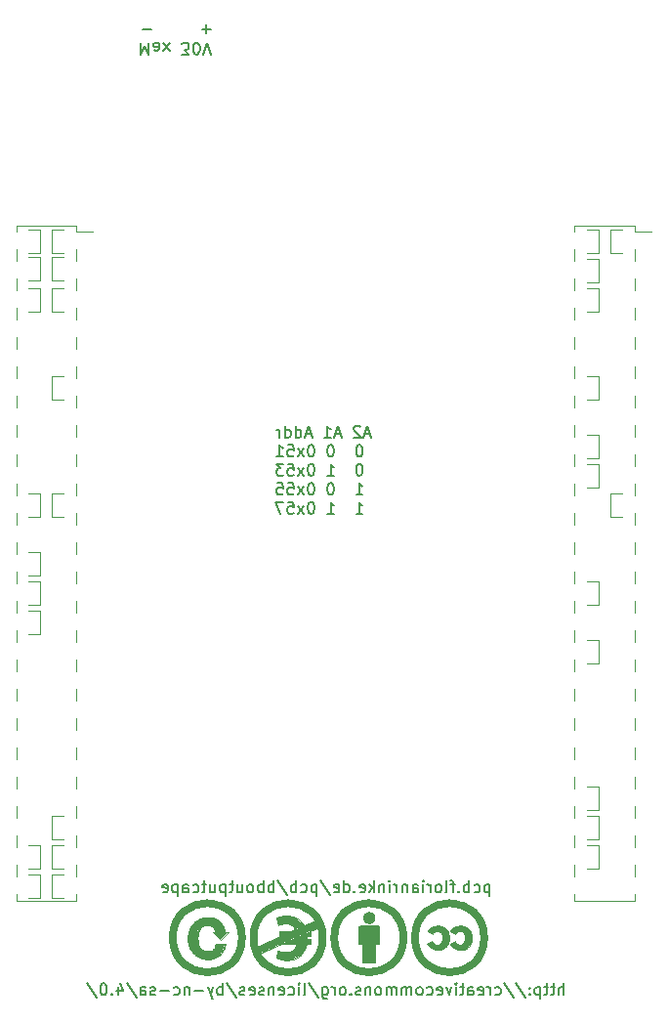
<source format=gbo>
%TF.GenerationSoftware,KiCad,Pcbnew,5.1.10*%
%TF.CreationDate,2021-06-14T21:55:46+02:00*%
%TF.ProjectId,output-cape-v1,6f757470-7574-42d6-9361-70652d76312e,1*%
%TF.SameCoordinates,Original*%
%TF.FileFunction,Legend,Bot*%
%TF.FilePolarity,Positive*%
%FSLAX46Y46*%
G04 Gerber Fmt 4.6, Leading zero omitted, Abs format (unit mm)*
G04 Created by KiCad (PCBNEW 5.1.10) date 2021-06-14 21:55:46*
%MOMM*%
%LPD*%
G01*
G04 APERTURE LIST*
%ADD10C,0.120000*%
%ADD11C,0.150000*%
%ADD12C,0.700000*%
%ADD13C,0.080000*%
%ADD14C,0.100000*%
%ADD15O,1.000000X1.000000*%
%ADD16R,1.000000X1.000000*%
%ADD17R,3.150000X1.000000*%
%ADD18O,3.600000X1.800000*%
%ADD19O,2.000000X3.600000*%
%ADD20C,5.500000*%
G04 APERTURE END LIST*
D10*
X80518000Y-136017000D02*
X81534000Y-136017000D01*
X81534000Y-136017000D02*
X81534000Y-133985000D01*
X81534000Y-133985000D02*
X80518000Y-133985000D01*
X83566000Y-133985000D02*
X82550000Y-133985000D01*
X82550000Y-133985000D02*
X82550000Y-136017000D01*
X82550000Y-136017000D02*
X83566000Y-136017000D01*
X80518000Y-133477000D02*
X81534000Y-133477000D01*
X81534000Y-133477000D02*
X81534000Y-131445000D01*
X81534000Y-131445000D02*
X80518000Y-131445000D01*
X83566000Y-131445000D02*
X82550000Y-131445000D01*
X82550000Y-131445000D02*
X82550000Y-133477000D01*
X82550000Y-133477000D02*
X83566000Y-133477000D01*
X83566000Y-128905000D02*
X82550000Y-128905000D01*
X82550000Y-128905000D02*
X82550000Y-130937000D01*
X82550000Y-130937000D02*
X83566000Y-130937000D01*
X80518000Y-113157000D02*
X81534000Y-113157000D01*
X81534000Y-113157000D02*
X81534000Y-111125000D01*
X81534000Y-111125000D02*
X80518000Y-111125000D01*
X80518000Y-110617000D02*
X81534000Y-110617000D01*
X81534000Y-110617000D02*
X81534000Y-108585000D01*
X81534000Y-108585000D02*
X80518000Y-108585000D01*
X80518000Y-108077000D02*
X81534000Y-108077000D01*
X81534000Y-108077000D02*
X81534000Y-106045000D01*
X81534000Y-106045000D02*
X80518000Y-106045000D01*
X80518000Y-102997000D02*
X81534000Y-102997000D01*
X81534000Y-102997000D02*
X81534000Y-100965000D01*
X81534000Y-100965000D02*
X80518000Y-100965000D01*
X83566000Y-100965000D02*
X82550000Y-100965000D01*
X82550000Y-100965000D02*
X82550000Y-102997000D01*
X82550000Y-102997000D02*
X83566000Y-102997000D01*
X83566000Y-90805000D02*
X82550000Y-90805000D01*
X82550000Y-90805000D02*
X82550000Y-92837000D01*
X82550000Y-92837000D02*
X83566000Y-92837000D01*
X80518000Y-85217000D02*
X81534000Y-85217000D01*
X81534000Y-85217000D02*
X81534000Y-83185000D01*
X81534000Y-83185000D02*
X80518000Y-83185000D01*
X83566000Y-83185000D02*
X82550000Y-83185000D01*
X82550000Y-83185000D02*
X82550000Y-85217000D01*
X82550000Y-85217000D02*
X83566000Y-85217000D01*
X80518000Y-82550000D02*
X81534000Y-82550000D01*
X81534000Y-82550000D02*
X81534000Y-80518000D01*
X81534000Y-80518000D02*
X80518000Y-80518000D01*
X83566000Y-80518000D02*
X82550000Y-80518000D01*
X82550000Y-80518000D02*
X82550000Y-82550000D01*
X82550000Y-82550000D02*
X83566000Y-82550000D01*
X80518000Y-80137000D02*
X81534000Y-80137000D01*
X81534000Y-80137000D02*
X81534000Y-78105000D01*
X81534000Y-78105000D02*
X80518000Y-78105000D01*
X83566000Y-78105000D02*
X82550000Y-78105000D01*
X82550000Y-78105000D02*
X82550000Y-80137000D01*
X82550000Y-80137000D02*
X83566000Y-80137000D01*
X128905000Y-133477000D02*
X129921000Y-133477000D01*
X129921000Y-133477000D02*
X129921000Y-131445000D01*
X129921000Y-131445000D02*
X128905000Y-131445000D01*
X128905000Y-130937000D02*
X129921000Y-130937000D01*
X129921000Y-130937000D02*
X129921000Y-128905000D01*
X129921000Y-128905000D02*
X128905000Y-128905000D01*
X128905000Y-128397000D02*
X129921000Y-128397000D01*
X129921000Y-128397000D02*
X129921000Y-126365000D01*
X129921000Y-126365000D02*
X128905000Y-126365000D01*
X128905000Y-115697000D02*
X129921000Y-115697000D01*
X129921000Y-115697000D02*
X129921000Y-113665000D01*
X129921000Y-113665000D02*
X128905000Y-113665000D01*
X128905000Y-110617000D02*
X129921000Y-110617000D01*
X129921000Y-110617000D02*
X129921000Y-108585000D01*
X129921000Y-108585000D02*
X128905000Y-108585000D01*
X131953000Y-100965000D02*
X130937000Y-100965000D01*
X130937000Y-100965000D02*
X130937000Y-102997000D01*
X130937000Y-102997000D02*
X131953000Y-102997000D01*
X128905000Y-100457000D02*
X129921000Y-100457000D01*
X129921000Y-100457000D02*
X129921000Y-98425000D01*
X129921000Y-98425000D02*
X128905000Y-98425000D01*
X128905000Y-97917000D02*
X129921000Y-97917000D01*
X129921000Y-97917000D02*
X129921000Y-95885000D01*
X129921000Y-95885000D02*
X128905000Y-95885000D01*
X128905000Y-92837000D02*
X129921000Y-92837000D01*
X129921000Y-92837000D02*
X129921000Y-90805000D01*
X129921000Y-90805000D02*
X128905000Y-90805000D01*
X128905000Y-85217000D02*
X129921000Y-85217000D01*
X129921000Y-85217000D02*
X129921000Y-83185000D01*
X129921000Y-83185000D02*
X128905000Y-83185000D01*
X128905000Y-82677000D02*
X129921000Y-82677000D01*
X129921000Y-82677000D02*
X129921000Y-80645000D01*
X129921000Y-80645000D02*
X128905000Y-80645000D01*
X128905000Y-80137000D02*
X129921000Y-80137000D01*
X129921000Y-80137000D02*
X129921000Y-78105000D01*
X129921000Y-78105000D02*
X128905000Y-78105000D01*
X130937000Y-80137000D02*
X131953000Y-80137000D01*
X130937000Y-78105000D02*
X130937000Y-80137000D01*
X131953000Y-78105000D02*
X130937000Y-78105000D01*
D11*
X110123809Y-95866666D02*
X109647619Y-95866666D01*
X110219047Y-96152380D02*
X109885714Y-95152380D01*
X109552380Y-96152380D01*
X109266666Y-95247619D02*
X109219047Y-95200000D01*
X109123809Y-95152380D01*
X108885714Y-95152380D01*
X108790476Y-95200000D01*
X108742857Y-95247619D01*
X108695238Y-95342857D01*
X108695238Y-95438095D01*
X108742857Y-95580952D01*
X109314285Y-96152380D01*
X108695238Y-96152380D01*
X107552380Y-95866666D02*
X107076190Y-95866666D01*
X107647619Y-96152380D02*
X107314285Y-95152380D01*
X106980952Y-96152380D01*
X106123809Y-96152380D02*
X106695238Y-96152380D01*
X106409523Y-96152380D02*
X106409523Y-95152380D01*
X106504761Y-95295238D01*
X106600000Y-95390476D01*
X106695238Y-95438095D01*
X104980952Y-95866666D02*
X104504761Y-95866666D01*
X105076190Y-96152380D02*
X104742857Y-95152380D01*
X104409523Y-96152380D01*
X103647619Y-96152380D02*
X103647619Y-95152380D01*
X103647619Y-96104761D02*
X103742857Y-96152380D01*
X103933333Y-96152380D01*
X104028571Y-96104761D01*
X104076190Y-96057142D01*
X104123809Y-95961904D01*
X104123809Y-95676190D01*
X104076190Y-95580952D01*
X104028571Y-95533333D01*
X103933333Y-95485714D01*
X103742857Y-95485714D01*
X103647619Y-95533333D01*
X102742857Y-96152380D02*
X102742857Y-95152380D01*
X102742857Y-96104761D02*
X102838095Y-96152380D01*
X103028571Y-96152380D01*
X103123809Y-96104761D01*
X103171428Y-96057142D01*
X103219047Y-95961904D01*
X103219047Y-95676190D01*
X103171428Y-95580952D01*
X103123809Y-95533333D01*
X103028571Y-95485714D01*
X102838095Y-95485714D01*
X102742857Y-95533333D01*
X102266666Y-96152380D02*
X102266666Y-95485714D01*
X102266666Y-95676190D02*
X102219047Y-95580952D01*
X102171428Y-95533333D01*
X102076190Y-95485714D01*
X101980952Y-95485714D01*
X109219047Y-96802380D02*
X109123809Y-96802380D01*
X109028571Y-96850000D01*
X108980952Y-96897619D01*
X108933333Y-96992857D01*
X108885714Y-97183333D01*
X108885714Y-97421428D01*
X108933333Y-97611904D01*
X108980952Y-97707142D01*
X109028571Y-97754761D01*
X109123809Y-97802380D01*
X109219047Y-97802380D01*
X109314285Y-97754761D01*
X109361904Y-97707142D01*
X109409523Y-97611904D01*
X109457142Y-97421428D01*
X109457142Y-97183333D01*
X109409523Y-96992857D01*
X109361904Y-96897619D01*
X109314285Y-96850000D01*
X109219047Y-96802380D01*
X106742857Y-96802380D02*
X106647619Y-96802380D01*
X106552380Y-96850000D01*
X106504761Y-96897619D01*
X106457142Y-96992857D01*
X106409523Y-97183333D01*
X106409523Y-97421428D01*
X106457142Y-97611904D01*
X106504761Y-97707142D01*
X106552380Y-97754761D01*
X106647619Y-97802380D01*
X106742857Y-97802380D01*
X106838095Y-97754761D01*
X106885714Y-97707142D01*
X106933333Y-97611904D01*
X106980952Y-97421428D01*
X106980952Y-97183333D01*
X106933333Y-96992857D01*
X106885714Y-96897619D01*
X106838095Y-96850000D01*
X106742857Y-96802380D01*
X105028571Y-96802380D02*
X104933333Y-96802380D01*
X104838095Y-96850000D01*
X104790476Y-96897619D01*
X104742857Y-96992857D01*
X104695238Y-97183333D01*
X104695238Y-97421428D01*
X104742857Y-97611904D01*
X104790476Y-97707142D01*
X104838095Y-97754761D01*
X104933333Y-97802380D01*
X105028571Y-97802380D01*
X105123809Y-97754761D01*
X105171428Y-97707142D01*
X105219047Y-97611904D01*
X105266666Y-97421428D01*
X105266666Y-97183333D01*
X105219047Y-96992857D01*
X105171428Y-96897619D01*
X105123809Y-96850000D01*
X105028571Y-96802380D01*
X104361904Y-97802380D02*
X103838095Y-97135714D01*
X104361904Y-97135714D02*
X103838095Y-97802380D01*
X102980952Y-96802380D02*
X103457142Y-96802380D01*
X103504761Y-97278571D01*
X103457142Y-97230952D01*
X103361904Y-97183333D01*
X103123809Y-97183333D01*
X103028571Y-97230952D01*
X102980952Y-97278571D01*
X102933333Y-97373809D01*
X102933333Y-97611904D01*
X102980952Y-97707142D01*
X103028571Y-97754761D01*
X103123809Y-97802380D01*
X103361904Y-97802380D01*
X103457142Y-97754761D01*
X103504761Y-97707142D01*
X101980952Y-97802380D02*
X102552380Y-97802380D01*
X102266666Y-97802380D02*
X102266666Y-96802380D01*
X102361904Y-96945238D01*
X102457142Y-97040476D01*
X102552380Y-97088095D01*
X109219047Y-98452380D02*
X109123809Y-98452380D01*
X109028571Y-98500000D01*
X108980952Y-98547619D01*
X108933333Y-98642857D01*
X108885714Y-98833333D01*
X108885714Y-99071428D01*
X108933333Y-99261904D01*
X108980952Y-99357142D01*
X109028571Y-99404761D01*
X109123809Y-99452380D01*
X109219047Y-99452380D01*
X109314285Y-99404761D01*
X109361904Y-99357142D01*
X109409523Y-99261904D01*
X109457142Y-99071428D01*
X109457142Y-98833333D01*
X109409523Y-98642857D01*
X109361904Y-98547619D01*
X109314285Y-98500000D01*
X109219047Y-98452380D01*
X106409523Y-99452380D02*
X106980952Y-99452380D01*
X106695238Y-99452380D02*
X106695238Y-98452380D01*
X106790476Y-98595238D01*
X106885714Y-98690476D01*
X106980952Y-98738095D01*
X105028571Y-98452380D02*
X104933333Y-98452380D01*
X104838095Y-98500000D01*
X104790476Y-98547619D01*
X104742857Y-98642857D01*
X104695238Y-98833333D01*
X104695238Y-99071428D01*
X104742857Y-99261904D01*
X104790476Y-99357142D01*
X104838095Y-99404761D01*
X104933333Y-99452380D01*
X105028571Y-99452380D01*
X105123809Y-99404761D01*
X105171428Y-99357142D01*
X105219047Y-99261904D01*
X105266666Y-99071428D01*
X105266666Y-98833333D01*
X105219047Y-98642857D01*
X105171428Y-98547619D01*
X105123809Y-98500000D01*
X105028571Y-98452380D01*
X104361904Y-99452380D02*
X103838095Y-98785714D01*
X104361904Y-98785714D02*
X103838095Y-99452380D01*
X102980952Y-98452380D02*
X103457142Y-98452380D01*
X103504761Y-98928571D01*
X103457142Y-98880952D01*
X103361904Y-98833333D01*
X103123809Y-98833333D01*
X103028571Y-98880952D01*
X102980952Y-98928571D01*
X102933333Y-99023809D01*
X102933333Y-99261904D01*
X102980952Y-99357142D01*
X103028571Y-99404761D01*
X103123809Y-99452380D01*
X103361904Y-99452380D01*
X103457142Y-99404761D01*
X103504761Y-99357142D01*
X102600000Y-98452380D02*
X101980952Y-98452380D01*
X102314285Y-98833333D01*
X102171428Y-98833333D01*
X102076190Y-98880952D01*
X102028571Y-98928571D01*
X101980952Y-99023809D01*
X101980952Y-99261904D01*
X102028571Y-99357142D01*
X102076190Y-99404761D01*
X102171428Y-99452380D01*
X102457142Y-99452380D01*
X102552380Y-99404761D01*
X102600000Y-99357142D01*
X108885714Y-101102380D02*
X109457142Y-101102380D01*
X109171428Y-101102380D02*
X109171428Y-100102380D01*
X109266666Y-100245238D01*
X109361904Y-100340476D01*
X109457142Y-100388095D01*
X106742857Y-100102380D02*
X106647619Y-100102380D01*
X106552380Y-100150000D01*
X106504761Y-100197619D01*
X106457142Y-100292857D01*
X106409523Y-100483333D01*
X106409523Y-100721428D01*
X106457142Y-100911904D01*
X106504761Y-101007142D01*
X106552380Y-101054761D01*
X106647619Y-101102380D01*
X106742857Y-101102380D01*
X106838095Y-101054761D01*
X106885714Y-101007142D01*
X106933333Y-100911904D01*
X106980952Y-100721428D01*
X106980952Y-100483333D01*
X106933333Y-100292857D01*
X106885714Y-100197619D01*
X106838095Y-100150000D01*
X106742857Y-100102380D01*
X105028571Y-100102380D02*
X104933333Y-100102380D01*
X104838095Y-100150000D01*
X104790476Y-100197619D01*
X104742857Y-100292857D01*
X104695238Y-100483333D01*
X104695238Y-100721428D01*
X104742857Y-100911904D01*
X104790476Y-101007142D01*
X104838095Y-101054761D01*
X104933333Y-101102380D01*
X105028571Y-101102380D01*
X105123809Y-101054761D01*
X105171428Y-101007142D01*
X105219047Y-100911904D01*
X105266666Y-100721428D01*
X105266666Y-100483333D01*
X105219047Y-100292857D01*
X105171428Y-100197619D01*
X105123809Y-100150000D01*
X105028571Y-100102380D01*
X104361904Y-101102380D02*
X103838095Y-100435714D01*
X104361904Y-100435714D02*
X103838095Y-101102380D01*
X102980952Y-100102380D02*
X103457142Y-100102380D01*
X103504761Y-100578571D01*
X103457142Y-100530952D01*
X103361904Y-100483333D01*
X103123809Y-100483333D01*
X103028571Y-100530952D01*
X102980952Y-100578571D01*
X102933333Y-100673809D01*
X102933333Y-100911904D01*
X102980952Y-101007142D01*
X103028571Y-101054761D01*
X103123809Y-101102380D01*
X103361904Y-101102380D01*
X103457142Y-101054761D01*
X103504761Y-101007142D01*
X102028571Y-100102380D02*
X102504761Y-100102380D01*
X102552380Y-100578571D01*
X102504761Y-100530952D01*
X102409523Y-100483333D01*
X102171428Y-100483333D01*
X102076190Y-100530952D01*
X102028571Y-100578571D01*
X101980952Y-100673809D01*
X101980952Y-100911904D01*
X102028571Y-101007142D01*
X102076190Y-101054761D01*
X102171428Y-101102380D01*
X102409523Y-101102380D01*
X102504761Y-101054761D01*
X102552380Y-101007142D01*
X108885714Y-102752380D02*
X109457142Y-102752380D01*
X109171428Y-102752380D02*
X109171428Y-101752380D01*
X109266666Y-101895238D01*
X109361904Y-101990476D01*
X109457142Y-102038095D01*
X106409523Y-102752380D02*
X106980952Y-102752380D01*
X106695238Y-102752380D02*
X106695238Y-101752380D01*
X106790476Y-101895238D01*
X106885714Y-101990476D01*
X106980952Y-102038095D01*
X105028571Y-101752380D02*
X104933333Y-101752380D01*
X104838095Y-101800000D01*
X104790476Y-101847619D01*
X104742857Y-101942857D01*
X104695238Y-102133333D01*
X104695238Y-102371428D01*
X104742857Y-102561904D01*
X104790476Y-102657142D01*
X104838095Y-102704761D01*
X104933333Y-102752380D01*
X105028571Y-102752380D01*
X105123809Y-102704761D01*
X105171428Y-102657142D01*
X105219047Y-102561904D01*
X105266666Y-102371428D01*
X105266666Y-102133333D01*
X105219047Y-101942857D01*
X105171428Y-101847619D01*
X105123809Y-101800000D01*
X105028571Y-101752380D01*
X104361904Y-102752380D02*
X103838095Y-102085714D01*
X104361904Y-102085714D02*
X103838095Y-102752380D01*
X102980952Y-101752380D02*
X103457142Y-101752380D01*
X103504761Y-102228571D01*
X103457142Y-102180952D01*
X103361904Y-102133333D01*
X103123809Y-102133333D01*
X103028571Y-102180952D01*
X102980952Y-102228571D01*
X102933333Y-102323809D01*
X102933333Y-102561904D01*
X102980952Y-102657142D01*
X103028571Y-102704761D01*
X103123809Y-102752380D01*
X103361904Y-102752380D01*
X103457142Y-102704761D01*
X103504761Y-102657142D01*
X102600000Y-101752380D02*
X101933333Y-101752380D01*
X102361904Y-102752380D01*
X120466666Y-134885714D02*
X120466666Y-135885714D01*
X120466666Y-134933333D02*
X120371428Y-134885714D01*
X120180952Y-134885714D01*
X120085714Y-134933333D01*
X120038095Y-134980952D01*
X119990476Y-135076190D01*
X119990476Y-135361904D01*
X120038095Y-135457142D01*
X120085714Y-135504761D01*
X120180952Y-135552380D01*
X120371428Y-135552380D01*
X120466666Y-135504761D01*
X119133333Y-135504761D02*
X119228571Y-135552380D01*
X119419047Y-135552380D01*
X119514285Y-135504761D01*
X119561904Y-135457142D01*
X119609523Y-135361904D01*
X119609523Y-135076190D01*
X119561904Y-134980952D01*
X119514285Y-134933333D01*
X119419047Y-134885714D01*
X119228571Y-134885714D01*
X119133333Y-134933333D01*
X118704761Y-135552380D02*
X118704761Y-134552380D01*
X118704761Y-134933333D02*
X118609523Y-134885714D01*
X118419047Y-134885714D01*
X118323809Y-134933333D01*
X118276190Y-134980952D01*
X118228571Y-135076190D01*
X118228571Y-135361904D01*
X118276190Y-135457142D01*
X118323809Y-135504761D01*
X118419047Y-135552380D01*
X118609523Y-135552380D01*
X118704761Y-135504761D01*
X117800000Y-135457142D02*
X117752380Y-135504761D01*
X117800000Y-135552380D01*
X117847619Y-135504761D01*
X117800000Y-135457142D01*
X117800000Y-135552380D01*
X117466666Y-134885714D02*
X117085714Y-134885714D01*
X117323809Y-135552380D02*
X117323809Y-134695238D01*
X117276190Y-134600000D01*
X117180952Y-134552380D01*
X117085714Y-134552380D01*
X116609523Y-135552380D02*
X116704761Y-135504761D01*
X116752380Y-135409523D01*
X116752380Y-134552380D01*
X116085714Y-135552380D02*
X116180952Y-135504761D01*
X116228571Y-135457142D01*
X116276190Y-135361904D01*
X116276190Y-135076190D01*
X116228571Y-134980952D01*
X116180952Y-134933333D01*
X116085714Y-134885714D01*
X115942857Y-134885714D01*
X115847619Y-134933333D01*
X115800000Y-134980952D01*
X115752380Y-135076190D01*
X115752380Y-135361904D01*
X115800000Y-135457142D01*
X115847619Y-135504761D01*
X115942857Y-135552380D01*
X116085714Y-135552380D01*
X115323809Y-135552380D02*
X115323809Y-134885714D01*
X115323809Y-135076190D02*
X115276190Y-134980952D01*
X115228571Y-134933333D01*
X115133333Y-134885714D01*
X115038095Y-134885714D01*
X114704761Y-135552380D02*
X114704761Y-134885714D01*
X114704761Y-134552380D02*
X114752380Y-134600000D01*
X114704761Y-134647619D01*
X114657142Y-134600000D01*
X114704761Y-134552380D01*
X114704761Y-134647619D01*
X113800000Y-135552380D02*
X113800000Y-135028571D01*
X113847619Y-134933333D01*
X113942857Y-134885714D01*
X114133333Y-134885714D01*
X114228571Y-134933333D01*
X113800000Y-135504761D02*
X113895238Y-135552380D01*
X114133333Y-135552380D01*
X114228571Y-135504761D01*
X114276190Y-135409523D01*
X114276190Y-135314285D01*
X114228571Y-135219047D01*
X114133333Y-135171428D01*
X113895238Y-135171428D01*
X113800000Y-135123809D01*
X113323809Y-134885714D02*
X113323809Y-135552380D01*
X113323809Y-134980952D02*
X113276190Y-134933333D01*
X113180952Y-134885714D01*
X113038095Y-134885714D01*
X112942857Y-134933333D01*
X112895238Y-135028571D01*
X112895238Y-135552380D01*
X112419047Y-135552380D02*
X112419047Y-134885714D01*
X112419047Y-135076190D02*
X112371428Y-134980952D01*
X112323809Y-134933333D01*
X112228571Y-134885714D01*
X112133333Y-134885714D01*
X111800000Y-135552380D02*
X111800000Y-134885714D01*
X111800000Y-134552380D02*
X111847619Y-134600000D01*
X111800000Y-134647619D01*
X111752380Y-134600000D01*
X111800000Y-134552380D01*
X111800000Y-134647619D01*
X111323809Y-134885714D02*
X111323809Y-135552380D01*
X111323809Y-134980952D02*
X111276190Y-134933333D01*
X111180952Y-134885714D01*
X111038095Y-134885714D01*
X110942857Y-134933333D01*
X110895238Y-135028571D01*
X110895238Y-135552380D01*
X110419047Y-135552380D02*
X110419047Y-134552380D01*
X110323809Y-135171428D02*
X110038095Y-135552380D01*
X110038095Y-134885714D02*
X110419047Y-135266666D01*
X109228571Y-135504761D02*
X109323809Y-135552380D01*
X109514285Y-135552380D01*
X109609523Y-135504761D01*
X109657142Y-135409523D01*
X109657142Y-135028571D01*
X109609523Y-134933333D01*
X109514285Y-134885714D01*
X109323809Y-134885714D01*
X109228571Y-134933333D01*
X109180952Y-135028571D01*
X109180952Y-135123809D01*
X109657142Y-135219047D01*
X108752380Y-135457142D02*
X108704761Y-135504761D01*
X108752380Y-135552380D01*
X108800000Y-135504761D01*
X108752380Y-135457142D01*
X108752380Y-135552380D01*
X107847619Y-135552380D02*
X107847619Y-134552380D01*
X107847619Y-135504761D02*
X107942857Y-135552380D01*
X108133333Y-135552380D01*
X108228571Y-135504761D01*
X108276190Y-135457142D01*
X108323809Y-135361904D01*
X108323809Y-135076190D01*
X108276190Y-134980952D01*
X108228571Y-134933333D01*
X108133333Y-134885714D01*
X107942857Y-134885714D01*
X107847619Y-134933333D01*
X106990476Y-135504761D02*
X107085714Y-135552380D01*
X107276190Y-135552380D01*
X107371428Y-135504761D01*
X107419047Y-135409523D01*
X107419047Y-135028571D01*
X107371428Y-134933333D01*
X107276190Y-134885714D01*
X107085714Y-134885714D01*
X106990476Y-134933333D01*
X106942857Y-135028571D01*
X106942857Y-135123809D01*
X107419047Y-135219047D01*
X105800000Y-134504761D02*
X106657142Y-135790476D01*
X105466666Y-134885714D02*
X105466666Y-135885714D01*
X105466666Y-134933333D02*
X105371428Y-134885714D01*
X105180952Y-134885714D01*
X105085714Y-134933333D01*
X105038095Y-134980952D01*
X104990476Y-135076190D01*
X104990476Y-135361904D01*
X105038095Y-135457142D01*
X105085714Y-135504761D01*
X105180952Y-135552380D01*
X105371428Y-135552380D01*
X105466666Y-135504761D01*
X104133333Y-135504761D02*
X104228571Y-135552380D01*
X104419047Y-135552380D01*
X104514285Y-135504761D01*
X104561904Y-135457142D01*
X104609523Y-135361904D01*
X104609523Y-135076190D01*
X104561904Y-134980952D01*
X104514285Y-134933333D01*
X104419047Y-134885714D01*
X104228571Y-134885714D01*
X104133333Y-134933333D01*
X103704761Y-135552380D02*
X103704761Y-134552380D01*
X103704761Y-134933333D02*
X103609523Y-134885714D01*
X103419047Y-134885714D01*
X103323809Y-134933333D01*
X103276190Y-134980952D01*
X103228571Y-135076190D01*
X103228571Y-135361904D01*
X103276190Y-135457142D01*
X103323809Y-135504761D01*
X103419047Y-135552380D01*
X103609523Y-135552380D01*
X103704761Y-135504761D01*
X102085714Y-134504761D02*
X102942857Y-135790476D01*
X101752380Y-135552380D02*
X101752380Y-134552380D01*
X101752380Y-134933333D02*
X101657142Y-134885714D01*
X101466666Y-134885714D01*
X101371428Y-134933333D01*
X101323809Y-134980952D01*
X101276190Y-135076190D01*
X101276190Y-135361904D01*
X101323809Y-135457142D01*
X101371428Y-135504761D01*
X101466666Y-135552380D01*
X101657142Y-135552380D01*
X101752380Y-135504761D01*
X100847619Y-135552380D02*
X100847619Y-134552380D01*
X100847619Y-134933333D02*
X100752380Y-134885714D01*
X100561904Y-134885714D01*
X100466666Y-134933333D01*
X100419047Y-134980952D01*
X100371428Y-135076190D01*
X100371428Y-135361904D01*
X100419047Y-135457142D01*
X100466666Y-135504761D01*
X100561904Y-135552380D01*
X100752380Y-135552380D01*
X100847619Y-135504761D01*
X99800000Y-135552380D02*
X99895238Y-135504761D01*
X99942857Y-135457142D01*
X99990476Y-135361904D01*
X99990476Y-135076190D01*
X99942857Y-134980952D01*
X99895238Y-134933333D01*
X99800000Y-134885714D01*
X99657142Y-134885714D01*
X99561904Y-134933333D01*
X99514285Y-134980952D01*
X99466666Y-135076190D01*
X99466666Y-135361904D01*
X99514285Y-135457142D01*
X99561904Y-135504761D01*
X99657142Y-135552380D01*
X99800000Y-135552380D01*
X98609523Y-134885714D02*
X98609523Y-135552380D01*
X99038095Y-134885714D02*
X99038095Y-135409523D01*
X98990476Y-135504761D01*
X98895238Y-135552380D01*
X98752380Y-135552380D01*
X98657142Y-135504761D01*
X98609523Y-135457142D01*
X98276190Y-134885714D02*
X97895238Y-134885714D01*
X98133333Y-134552380D02*
X98133333Y-135409523D01*
X98085714Y-135504761D01*
X97990476Y-135552380D01*
X97895238Y-135552380D01*
X97561904Y-134885714D02*
X97561904Y-135885714D01*
X97561904Y-134933333D02*
X97466666Y-134885714D01*
X97276190Y-134885714D01*
X97180952Y-134933333D01*
X97133333Y-134980952D01*
X97085714Y-135076190D01*
X97085714Y-135361904D01*
X97133333Y-135457142D01*
X97180952Y-135504761D01*
X97276190Y-135552380D01*
X97466666Y-135552380D01*
X97561904Y-135504761D01*
X96228571Y-134885714D02*
X96228571Y-135552380D01*
X96657142Y-134885714D02*
X96657142Y-135409523D01*
X96609523Y-135504761D01*
X96514285Y-135552380D01*
X96371428Y-135552380D01*
X96276190Y-135504761D01*
X96228571Y-135457142D01*
X95895238Y-134885714D02*
X95514285Y-134885714D01*
X95752380Y-134552380D02*
X95752380Y-135409523D01*
X95704761Y-135504761D01*
X95609523Y-135552380D01*
X95514285Y-135552380D01*
X94752380Y-135504761D02*
X94847619Y-135552380D01*
X95038095Y-135552380D01*
X95133333Y-135504761D01*
X95180952Y-135457142D01*
X95228571Y-135361904D01*
X95228571Y-135076190D01*
X95180952Y-134980952D01*
X95133333Y-134933333D01*
X95038095Y-134885714D01*
X94847619Y-134885714D01*
X94752380Y-134933333D01*
X93895238Y-135552380D02*
X93895238Y-135028571D01*
X93942857Y-134933333D01*
X94038095Y-134885714D01*
X94228571Y-134885714D01*
X94323809Y-134933333D01*
X93895238Y-135504761D02*
X93990476Y-135552380D01*
X94228571Y-135552380D01*
X94323809Y-135504761D01*
X94371428Y-135409523D01*
X94371428Y-135314285D01*
X94323809Y-135219047D01*
X94228571Y-135171428D01*
X93990476Y-135171428D01*
X93895238Y-135123809D01*
X93419047Y-134885714D02*
X93419047Y-135885714D01*
X93419047Y-134933333D02*
X93323809Y-134885714D01*
X93133333Y-134885714D01*
X93038095Y-134933333D01*
X92990476Y-134980952D01*
X92942857Y-135076190D01*
X92942857Y-135361904D01*
X92990476Y-135457142D01*
X93038095Y-135504761D01*
X93133333Y-135552380D01*
X93323809Y-135552380D01*
X93419047Y-135504761D01*
X92133333Y-135504761D02*
X92228571Y-135552380D01*
X92419047Y-135552380D01*
X92514285Y-135504761D01*
X92561904Y-135409523D01*
X92561904Y-135028571D01*
X92514285Y-134933333D01*
X92419047Y-134885714D01*
X92228571Y-134885714D01*
X92133333Y-134933333D01*
X92085714Y-135028571D01*
X92085714Y-135123809D01*
X92561904Y-135219047D01*
X126895238Y-144452380D02*
X126895238Y-143452380D01*
X126466666Y-144452380D02*
X126466666Y-143928571D01*
X126514285Y-143833333D01*
X126609523Y-143785714D01*
X126752380Y-143785714D01*
X126847619Y-143833333D01*
X126895238Y-143880952D01*
X126133333Y-143785714D02*
X125752380Y-143785714D01*
X125990476Y-143452380D02*
X125990476Y-144309523D01*
X125942857Y-144404761D01*
X125847619Y-144452380D01*
X125752380Y-144452380D01*
X125561904Y-143785714D02*
X125180952Y-143785714D01*
X125419047Y-143452380D02*
X125419047Y-144309523D01*
X125371428Y-144404761D01*
X125276190Y-144452380D01*
X125180952Y-144452380D01*
X124847619Y-143785714D02*
X124847619Y-144785714D01*
X124847619Y-143833333D02*
X124752380Y-143785714D01*
X124561904Y-143785714D01*
X124466666Y-143833333D01*
X124419047Y-143880952D01*
X124371428Y-143976190D01*
X124371428Y-144261904D01*
X124419047Y-144357142D01*
X124466666Y-144404761D01*
X124561904Y-144452380D01*
X124752380Y-144452380D01*
X124847619Y-144404761D01*
X123942857Y-144357142D02*
X123895238Y-144404761D01*
X123942857Y-144452380D01*
X123990476Y-144404761D01*
X123942857Y-144357142D01*
X123942857Y-144452380D01*
X123942857Y-143833333D02*
X123895238Y-143880952D01*
X123942857Y-143928571D01*
X123990476Y-143880952D01*
X123942857Y-143833333D01*
X123942857Y-143928571D01*
X122752380Y-143404761D02*
X123609523Y-144690476D01*
X121704761Y-143404761D02*
X122561904Y-144690476D01*
X120942857Y-144404761D02*
X121038095Y-144452380D01*
X121228571Y-144452380D01*
X121323809Y-144404761D01*
X121371428Y-144357142D01*
X121419047Y-144261904D01*
X121419047Y-143976190D01*
X121371428Y-143880952D01*
X121323809Y-143833333D01*
X121228571Y-143785714D01*
X121038095Y-143785714D01*
X120942857Y-143833333D01*
X120514285Y-144452380D02*
X120514285Y-143785714D01*
X120514285Y-143976190D02*
X120466666Y-143880952D01*
X120419047Y-143833333D01*
X120323809Y-143785714D01*
X120228571Y-143785714D01*
X119514285Y-144404761D02*
X119609523Y-144452380D01*
X119800000Y-144452380D01*
X119895238Y-144404761D01*
X119942857Y-144309523D01*
X119942857Y-143928571D01*
X119895238Y-143833333D01*
X119800000Y-143785714D01*
X119609523Y-143785714D01*
X119514285Y-143833333D01*
X119466666Y-143928571D01*
X119466666Y-144023809D01*
X119942857Y-144119047D01*
X118609523Y-144452380D02*
X118609523Y-143928571D01*
X118657142Y-143833333D01*
X118752380Y-143785714D01*
X118942857Y-143785714D01*
X119038095Y-143833333D01*
X118609523Y-144404761D02*
X118704761Y-144452380D01*
X118942857Y-144452380D01*
X119038095Y-144404761D01*
X119085714Y-144309523D01*
X119085714Y-144214285D01*
X119038095Y-144119047D01*
X118942857Y-144071428D01*
X118704761Y-144071428D01*
X118609523Y-144023809D01*
X118276190Y-143785714D02*
X117895238Y-143785714D01*
X118133333Y-143452380D02*
X118133333Y-144309523D01*
X118085714Y-144404761D01*
X117990476Y-144452380D01*
X117895238Y-144452380D01*
X117561904Y-144452380D02*
X117561904Y-143785714D01*
X117561904Y-143452380D02*
X117609523Y-143500000D01*
X117561904Y-143547619D01*
X117514285Y-143500000D01*
X117561904Y-143452380D01*
X117561904Y-143547619D01*
X117180952Y-143785714D02*
X116942857Y-144452380D01*
X116704761Y-143785714D01*
X115942857Y-144404761D02*
X116038095Y-144452380D01*
X116228571Y-144452380D01*
X116323809Y-144404761D01*
X116371428Y-144309523D01*
X116371428Y-143928571D01*
X116323809Y-143833333D01*
X116228571Y-143785714D01*
X116038095Y-143785714D01*
X115942857Y-143833333D01*
X115895238Y-143928571D01*
X115895238Y-144023809D01*
X116371428Y-144119047D01*
X115038095Y-144404761D02*
X115133333Y-144452380D01*
X115323809Y-144452380D01*
X115419047Y-144404761D01*
X115466666Y-144357142D01*
X115514285Y-144261904D01*
X115514285Y-143976190D01*
X115466666Y-143880952D01*
X115419047Y-143833333D01*
X115323809Y-143785714D01*
X115133333Y-143785714D01*
X115038095Y-143833333D01*
X114466666Y-144452380D02*
X114561904Y-144404761D01*
X114609523Y-144357142D01*
X114657142Y-144261904D01*
X114657142Y-143976190D01*
X114609523Y-143880952D01*
X114561904Y-143833333D01*
X114466666Y-143785714D01*
X114323809Y-143785714D01*
X114228571Y-143833333D01*
X114180952Y-143880952D01*
X114133333Y-143976190D01*
X114133333Y-144261904D01*
X114180952Y-144357142D01*
X114228571Y-144404761D01*
X114323809Y-144452380D01*
X114466666Y-144452380D01*
X113704761Y-144452380D02*
X113704761Y-143785714D01*
X113704761Y-143880952D02*
X113657142Y-143833333D01*
X113561904Y-143785714D01*
X113419047Y-143785714D01*
X113323809Y-143833333D01*
X113276190Y-143928571D01*
X113276190Y-144452380D01*
X113276190Y-143928571D02*
X113228571Y-143833333D01*
X113133333Y-143785714D01*
X112990476Y-143785714D01*
X112895238Y-143833333D01*
X112847619Y-143928571D01*
X112847619Y-144452380D01*
X112371428Y-144452380D02*
X112371428Y-143785714D01*
X112371428Y-143880952D02*
X112323809Y-143833333D01*
X112228571Y-143785714D01*
X112085714Y-143785714D01*
X111990476Y-143833333D01*
X111942857Y-143928571D01*
X111942857Y-144452380D01*
X111942857Y-143928571D02*
X111895238Y-143833333D01*
X111800000Y-143785714D01*
X111657142Y-143785714D01*
X111561904Y-143833333D01*
X111514285Y-143928571D01*
X111514285Y-144452380D01*
X110895238Y-144452380D02*
X110990476Y-144404761D01*
X111038095Y-144357142D01*
X111085714Y-144261904D01*
X111085714Y-143976190D01*
X111038095Y-143880952D01*
X110990476Y-143833333D01*
X110895238Y-143785714D01*
X110752380Y-143785714D01*
X110657142Y-143833333D01*
X110609523Y-143880952D01*
X110561904Y-143976190D01*
X110561904Y-144261904D01*
X110609523Y-144357142D01*
X110657142Y-144404761D01*
X110752380Y-144452380D01*
X110895238Y-144452380D01*
X110133333Y-143785714D02*
X110133333Y-144452380D01*
X110133333Y-143880952D02*
X110085714Y-143833333D01*
X109990476Y-143785714D01*
X109847619Y-143785714D01*
X109752380Y-143833333D01*
X109704761Y-143928571D01*
X109704761Y-144452380D01*
X109276190Y-144404761D02*
X109180952Y-144452380D01*
X108990476Y-144452380D01*
X108895238Y-144404761D01*
X108847619Y-144309523D01*
X108847619Y-144261904D01*
X108895238Y-144166666D01*
X108990476Y-144119047D01*
X109133333Y-144119047D01*
X109228571Y-144071428D01*
X109276190Y-143976190D01*
X109276190Y-143928571D01*
X109228571Y-143833333D01*
X109133333Y-143785714D01*
X108990476Y-143785714D01*
X108895238Y-143833333D01*
X108419047Y-144357142D02*
X108371428Y-144404761D01*
X108419047Y-144452380D01*
X108466666Y-144404761D01*
X108419047Y-144357142D01*
X108419047Y-144452380D01*
X107800000Y-144452380D02*
X107895238Y-144404761D01*
X107942857Y-144357142D01*
X107990476Y-144261904D01*
X107990476Y-143976190D01*
X107942857Y-143880952D01*
X107895238Y-143833333D01*
X107800000Y-143785714D01*
X107657142Y-143785714D01*
X107561904Y-143833333D01*
X107514285Y-143880952D01*
X107466666Y-143976190D01*
X107466666Y-144261904D01*
X107514285Y-144357142D01*
X107561904Y-144404761D01*
X107657142Y-144452380D01*
X107800000Y-144452380D01*
X107038095Y-144452380D02*
X107038095Y-143785714D01*
X107038095Y-143976190D02*
X106990476Y-143880952D01*
X106942857Y-143833333D01*
X106847619Y-143785714D01*
X106752380Y-143785714D01*
X105990476Y-143785714D02*
X105990476Y-144595238D01*
X106038095Y-144690476D01*
X106085714Y-144738095D01*
X106180952Y-144785714D01*
X106323809Y-144785714D01*
X106419047Y-144738095D01*
X105990476Y-144404761D02*
X106085714Y-144452380D01*
X106276190Y-144452380D01*
X106371428Y-144404761D01*
X106419047Y-144357142D01*
X106466666Y-144261904D01*
X106466666Y-143976190D01*
X106419047Y-143880952D01*
X106371428Y-143833333D01*
X106276190Y-143785714D01*
X106085714Y-143785714D01*
X105990476Y-143833333D01*
X104800000Y-143404761D02*
X105657142Y-144690476D01*
X104323809Y-144452380D02*
X104419047Y-144404761D01*
X104466666Y-144309523D01*
X104466666Y-143452380D01*
X103942857Y-144452380D02*
X103942857Y-143785714D01*
X103942857Y-143452380D02*
X103990476Y-143500000D01*
X103942857Y-143547619D01*
X103895238Y-143500000D01*
X103942857Y-143452380D01*
X103942857Y-143547619D01*
X103038095Y-144404761D02*
X103133333Y-144452380D01*
X103323809Y-144452380D01*
X103419047Y-144404761D01*
X103466666Y-144357142D01*
X103514285Y-144261904D01*
X103514285Y-143976190D01*
X103466666Y-143880952D01*
X103419047Y-143833333D01*
X103323809Y-143785714D01*
X103133333Y-143785714D01*
X103038095Y-143833333D01*
X102228571Y-144404761D02*
X102323809Y-144452380D01*
X102514285Y-144452380D01*
X102609523Y-144404761D01*
X102657142Y-144309523D01*
X102657142Y-143928571D01*
X102609523Y-143833333D01*
X102514285Y-143785714D01*
X102323809Y-143785714D01*
X102228571Y-143833333D01*
X102180952Y-143928571D01*
X102180952Y-144023809D01*
X102657142Y-144119047D01*
X101752380Y-143785714D02*
X101752380Y-144452380D01*
X101752380Y-143880952D02*
X101704761Y-143833333D01*
X101609523Y-143785714D01*
X101466666Y-143785714D01*
X101371428Y-143833333D01*
X101323809Y-143928571D01*
X101323809Y-144452380D01*
X100895238Y-144404761D02*
X100800000Y-144452380D01*
X100609523Y-144452380D01*
X100514285Y-144404761D01*
X100466666Y-144309523D01*
X100466666Y-144261904D01*
X100514285Y-144166666D01*
X100609523Y-144119047D01*
X100752380Y-144119047D01*
X100847619Y-144071428D01*
X100895238Y-143976190D01*
X100895238Y-143928571D01*
X100847619Y-143833333D01*
X100752380Y-143785714D01*
X100609523Y-143785714D01*
X100514285Y-143833333D01*
X99657142Y-144404761D02*
X99752380Y-144452380D01*
X99942857Y-144452380D01*
X100038095Y-144404761D01*
X100085714Y-144309523D01*
X100085714Y-143928571D01*
X100038095Y-143833333D01*
X99942857Y-143785714D01*
X99752380Y-143785714D01*
X99657142Y-143833333D01*
X99609523Y-143928571D01*
X99609523Y-144023809D01*
X100085714Y-144119047D01*
X99228571Y-144404761D02*
X99133333Y-144452380D01*
X98942857Y-144452380D01*
X98847619Y-144404761D01*
X98800000Y-144309523D01*
X98800000Y-144261904D01*
X98847619Y-144166666D01*
X98942857Y-144119047D01*
X99085714Y-144119047D01*
X99180952Y-144071428D01*
X99228571Y-143976190D01*
X99228571Y-143928571D01*
X99180952Y-143833333D01*
X99085714Y-143785714D01*
X98942857Y-143785714D01*
X98847619Y-143833333D01*
X97657142Y-143404761D02*
X98514285Y-144690476D01*
X97323809Y-144452380D02*
X97323809Y-143452380D01*
X97323809Y-143833333D02*
X97228571Y-143785714D01*
X97038095Y-143785714D01*
X96942857Y-143833333D01*
X96895238Y-143880952D01*
X96847619Y-143976190D01*
X96847619Y-144261904D01*
X96895238Y-144357142D01*
X96942857Y-144404761D01*
X97038095Y-144452380D01*
X97228571Y-144452380D01*
X97323809Y-144404761D01*
X96514285Y-143785714D02*
X96276190Y-144452380D01*
X96038095Y-143785714D02*
X96276190Y-144452380D01*
X96371428Y-144690476D01*
X96419047Y-144738095D01*
X96514285Y-144785714D01*
X95657142Y-144071428D02*
X94895238Y-144071428D01*
X94419047Y-143785714D02*
X94419047Y-144452380D01*
X94419047Y-143880952D02*
X94371428Y-143833333D01*
X94276190Y-143785714D01*
X94133333Y-143785714D01*
X94038095Y-143833333D01*
X93990476Y-143928571D01*
X93990476Y-144452380D01*
X93085714Y-144404761D02*
X93180952Y-144452380D01*
X93371428Y-144452380D01*
X93466666Y-144404761D01*
X93514285Y-144357142D01*
X93561904Y-144261904D01*
X93561904Y-143976190D01*
X93514285Y-143880952D01*
X93466666Y-143833333D01*
X93371428Y-143785714D01*
X93180952Y-143785714D01*
X93085714Y-143833333D01*
X92657142Y-144071428D02*
X91895238Y-144071428D01*
X91466666Y-144404761D02*
X91371428Y-144452380D01*
X91180952Y-144452380D01*
X91085714Y-144404761D01*
X91038095Y-144309523D01*
X91038095Y-144261904D01*
X91085714Y-144166666D01*
X91180952Y-144119047D01*
X91323809Y-144119047D01*
X91419047Y-144071428D01*
X91466666Y-143976190D01*
X91466666Y-143928571D01*
X91419047Y-143833333D01*
X91323809Y-143785714D01*
X91180952Y-143785714D01*
X91085714Y-143833333D01*
X90180952Y-144452380D02*
X90180952Y-143928571D01*
X90228571Y-143833333D01*
X90323809Y-143785714D01*
X90514285Y-143785714D01*
X90609523Y-143833333D01*
X90180952Y-144404761D02*
X90276190Y-144452380D01*
X90514285Y-144452380D01*
X90609523Y-144404761D01*
X90657142Y-144309523D01*
X90657142Y-144214285D01*
X90609523Y-144119047D01*
X90514285Y-144071428D01*
X90276190Y-144071428D01*
X90180952Y-144023809D01*
X88990476Y-143404761D02*
X89847619Y-144690476D01*
X88228571Y-143785714D02*
X88228571Y-144452380D01*
X88466666Y-143404761D02*
X88704761Y-144119047D01*
X88085714Y-144119047D01*
X87704761Y-144357142D02*
X87657142Y-144404761D01*
X87704761Y-144452380D01*
X87752380Y-144404761D01*
X87704761Y-144357142D01*
X87704761Y-144452380D01*
X87038095Y-143452380D02*
X86942857Y-143452380D01*
X86847619Y-143500000D01*
X86800000Y-143547619D01*
X86752380Y-143642857D01*
X86704761Y-143833333D01*
X86704761Y-144071428D01*
X86752380Y-144261904D01*
X86800000Y-144357142D01*
X86847619Y-144404761D01*
X86942857Y-144452380D01*
X87038095Y-144452380D01*
X87133333Y-144404761D01*
X87180952Y-144357142D01*
X87228571Y-144261904D01*
X87276190Y-144071428D01*
X87276190Y-143833333D01*
X87228571Y-143642857D01*
X87180952Y-143547619D01*
X87133333Y-143500000D01*
X87038095Y-143452380D01*
X85561904Y-143404761D02*
X86419047Y-144690476D01*
X90247619Y-61947619D02*
X90247619Y-62947619D01*
X90580952Y-62233333D01*
X90914285Y-62947619D01*
X90914285Y-61947619D01*
X91819047Y-61947619D02*
X91819047Y-62471428D01*
X91771428Y-62566666D01*
X91676190Y-62614285D01*
X91485714Y-62614285D01*
X91390476Y-62566666D01*
X91819047Y-61995238D02*
X91723809Y-61947619D01*
X91485714Y-61947619D01*
X91390476Y-61995238D01*
X91342857Y-62090476D01*
X91342857Y-62185714D01*
X91390476Y-62280952D01*
X91485714Y-62328571D01*
X91723809Y-62328571D01*
X91819047Y-62376190D01*
X92200000Y-61947619D02*
X92723809Y-62614285D01*
X92200000Y-62614285D02*
X92723809Y-61947619D01*
X93771428Y-62947619D02*
X94390476Y-62947619D01*
X94057142Y-62566666D01*
X94200000Y-62566666D01*
X94295238Y-62519047D01*
X94342857Y-62471428D01*
X94390476Y-62376190D01*
X94390476Y-62138095D01*
X94342857Y-62042857D01*
X94295238Y-61995238D01*
X94200000Y-61947619D01*
X93914285Y-61947619D01*
X93819047Y-61995238D01*
X93771428Y-62042857D01*
X95009523Y-62947619D02*
X95104761Y-62947619D01*
X95200000Y-62900000D01*
X95247619Y-62852380D01*
X95295238Y-62757142D01*
X95342857Y-62566666D01*
X95342857Y-62328571D01*
X95295238Y-62138095D01*
X95247619Y-62042857D01*
X95200000Y-61995238D01*
X95104761Y-61947619D01*
X95009523Y-61947619D01*
X94914285Y-61995238D01*
X94866666Y-62042857D01*
X94819047Y-62138095D01*
X94771428Y-62328571D01*
X94771428Y-62566666D01*
X94819047Y-62757142D01*
X94866666Y-62852380D01*
X94914285Y-62900000D01*
X95009523Y-62947619D01*
X95628571Y-62947619D02*
X95961904Y-61947619D01*
X96295238Y-62947619D01*
X91180952Y-60771428D02*
X90419047Y-60771428D01*
X96280952Y-60771428D02*
X95519047Y-60771428D01*
X95900000Y-61152380D02*
X95900000Y-60390476D01*
D12*
%TO.C,REF\u002A\u002A*%
X99000000Y-139500000D02*
G75*
G03*
X99000000Y-139500000I-3000000J0D01*
G01*
D13*
X94300000Y-139550000D02*
X94301913Y-139646502D01*
X94301913Y-139646502D02*
X94307654Y-139740946D01*
X94307654Y-139740946D02*
X94317221Y-139833332D01*
X94317221Y-139833332D02*
X94330615Y-139923659D01*
X94330615Y-139923659D02*
X94347835Y-140011928D01*
X94347835Y-140011928D02*
X94368881Y-140098139D01*
X94368881Y-140098139D02*
X94393752Y-140182292D01*
X94393752Y-140182292D02*
X94422449Y-140264388D01*
X94422449Y-140264388D02*
X94454970Y-140344426D01*
X94454970Y-140344426D02*
X94491316Y-140422406D01*
X94491316Y-140422406D02*
X94531486Y-140498329D01*
X94531486Y-140498329D02*
X94575481Y-140572196D01*
X94575481Y-140572196D02*
X94623298Y-140644005D01*
X94623298Y-140644005D02*
X94674939Y-140713757D01*
X94674939Y-140713757D02*
X94730404Y-140781453D01*
X94730404Y-140781453D02*
X94789691Y-140847093D01*
X95382358Y-140348301D02*
X95331275Y-140268004D01*
X95331275Y-140268004D02*
X95287007Y-140181264D01*
X95287007Y-140181264D02*
X95249553Y-140088088D01*
X95249553Y-140088088D02*
X95218911Y-139988481D01*
X95218911Y-139988481D02*
X95200400Y-139909559D01*
X95200400Y-139909559D02*
X95185720Y-139827026D01*
X95185720Y-139827026D02*
X95174870Y-139740885D01*
X95174870Y-139740885D02*
X95167850Y-139651137D01*
X95167850Y-139651137D02*
X95164659Y-139557787D01*
X95164659Y-139557787D02*
X95164447Y-139525870D01*
X94789691Y-140847093D02*
X94852097Y-140909687D01*
X94852097Y-140909687D02*
X94916762Y-140968248D01*
X94916762Y-140968248D02*
X94983686Y-141022774D01*
X94983686Y-141022774D02*
X95052871Y-141073265D01*
X95052871Y-141073265D02*
X95124319Y-141119721D01*
X95124319Y-141119721D02*
X95198030Y-141162140D01*
X95198030Y-141162140D02*
X95274006Y-141200522D01*
X95274006Y-141200522D02*
X95352248Y-141234866D01*
X95352248Y-141234866D02*
X95432756Y-141265173D01*
X95432756Y-141265173D02*
X95515534Y-141291440D01*
X95515534Y-141291440D02*
X95600580Y-141313668D01*
X95600580Y-141313668D02*
X95687898Y-141331856D01*
X95687898Y-141331856D02*
X95777488Y-141346003D01*
X95777488Y-141346003D02*
X95869351Y-141356109D01*
X95869351Y-141356109D02*
X95963489Y-141362173D01*
X95963489Y-141362173D02*
X96059903Y-141364195D01*
X96452650Y-139023797D02*
X97123845Y-139695097D01*
X95363943Y-138706403D02*
X95416599Y-138640506D01*
X95416599Y-138640506D02*
X95474720Y-138583393D01*
X95474720Y-138583393D02*
X95555067Y-138524352D01*
X95555067Y-138524352D02*
X95643979Y-138479037D01*
X95643979Y-138479037D02*
X95721284Y-138452671D01*
X95721284Y-138452671D02*
X95804088Y-138435091D01*
X95804088Y-138435091D02*
X95892396Y-138426301D01*
X95892396Y-138426301D02*
X95938618Y-138425203D01*
X96059903Y-141364195D02*
X96166243Y-141361167D01*
X96166243Y-141361167D02*
X96269820Y-141352082D01*
X96269820Y-141352082D02*
X96370634Y-141336940D01*
X96370634Y-141336940D02*
X96468683Y-141315740D01*
X96468683Y-141315740D02*
X96563968Y-141288480D01*
X96563968Y-141288480D02*
X96656487Y-141255159D01*
X96656487Y-141255159D02*
X96746241Y-141215776D01*
X96746241Y-141215776D02*
X96833228Y-141170331D01*
X96833228Y-141170331D02*
X96917449Y-141118822D01*
X96917449Y-141118822D02*
X96998902Y-141061248D01*
X96998902Y-141061248D02*
X97051667Y-141019496D01*
X97553634Y-140039797D02*
X96700724Y-140039797D01*
X96700618Y-139023797D02*
X96452650Y-139023797D01*
X94771700Y-138231634D02*
X94714585Y-138297022D01*
X94714585Y-138297022D02*
X94661155Y-138364681D01*
X94661155Y-138364681D02*
X94611408Y-138434608D01*
X94611408Y-138434608D02*
X94565346Y-138506804D01*
X94565346Y-138506804D02*
X94522967Y-138581268D01*
X94522967Y-138581268D02*
X94484273Y-138658000D01*
X94484273Y-138658000D02*
X94449263Y-138737000D01*
X94449263Y-138737000D02*
X94417938Y-138818268D01*
X94417938Y-138818268D02*
X94390297Y-138901803D01*
X94390297Y-138901803D02*
X94366342Y-138987604D01*
X94366342Y-138987604D02*
X94346071Y-139075672D01*
X94346071Y-139075672D02*
X94329486Y-139166006D01*
X94329486Y-139166006D02*
X94316586Y-139258607D01*
X94316586Y-139258607D02*
X94307371Y-139353472D01*
X94307371Y-139353472D02*
X94301842Y-139450603D01*
X94301842Y-139450603D02*
X94300000Y-139550000D01*
X97123845Y-139695097D02*
X97795146Y-139023797D01*
X95956821Y-140656699D02*
X95869842Y-140651877D01*
X95869842Y-140651877D02*
X95787185Y-140637414D01*
X95787185Y-140637414D02*
X95708856Y-140613311D01*
X95708856Y-140613311D02*
X95634863Y-140579573D01*
X95634863Y-140579573D02*
X95565209Y-140536199D01*
X95565209Y-140536199D02*
X95499903Y-140483195D01*
X95499903Y-140483195D02*
X95438951Y-140420561D01*
X95438951Y-140420561D02*
X95382358Y-140348301D01*
X95164447Y-139525870D02*
X95166202Y-139427197D01*
X95166202Y-139427197D02*
X95171466Y-139333049D01*
X95171466Y-139333049D02*
X95180239Y-139243425D01*
X95180239Y-139243425D02*
X95192519Y-139158322D01*
X95192519Y-139158322D02*
X95208306Y-139077738D01*
X95208306Y-139077738D02*
X95234807Y-138977323D01*
X95234807Y-138977323D02*
X95267537Y-138884936D01*
X95267537Y-138884936D02*
X95306494Y-138800574D01*
X95306494Y-138800574D02*
X95351675Y-138724235D01*
X95351675Y-138724235D02*
X95363943Y-138706403D01*
X97051667Y-141019496D02*
X97126993Y-140952297D01*
X97126993Y-140952297D02*
X97196467Y-140880001D01*
X97196467Y-140880001D02*
X97260090Y-140802608D01*
X97260090Y-140802608D02*
X97317863Y-140720117D01*
X97317863Y-140720117D02*
X97369787Y-140632525D01*
X97369787Y-140632525D02*
X97415865Y-140539833D01*
X97415865Y-140539833D02*
X97456097Y-140442039D01*
X97456097Y-140442039D02*
X97490486Y-140339143D01*
X97490486Y-140339143D02*
X97519033Y-140231142D01*
X97519033Y-140231142D02*
X97541740Y-140118037D01*
X97541740Y-140118037D02*
X97553634Y-140039797D01*
X97795146Y-139023797D02*
X97529293Y-139023903D01*
X95938618Y-138425203D02*
X96020993Y-138427540D01*
X96020993Y-138427540D02*
X96135864Y-138439814D01*
X96135864Y-138439814D02*
X96240307Y-138462610D01*
X96240307Y-138462610D02*
X96334323Y-138495927D01*
X96334323Y-138495927D02*
X96417914Y-138539766D01*
X96417914Y-138539766D02*
X96491081Y-138594128D01*
X96491081Y-138594128D02*
X96553826Y-138659013D01*
X96553826Y-138659013D02*
X96606151Y-138734422D01*
X96606151Y-138734422D02*
X96648057Y-138820355D01*
X96648057Y-138820355D02*
X96679545Y-138916813D01*
X96679545Y-138916813D02*
X96700618Y-139023797D01*
X97529293Y-139023903D02*
X97508455Y-138909575D01*
X97508455Y-138909575D02*
X97482198Y-138800191D01*
X97482198Y-138800191D02*
X97450519Y-138695753D01*
X97450519Y-138695753D02*
X97413418Y-138596260D01*
X97413418Y-138596260D02*
X97370894Y-138501711D01*
X97370894Y-138501711D02*
X97322945Y-138412107D01*
X97322945Y-138412107D02*
X97269571Y-138327448D01*
X97269571Y-138327448D02*
X97210770Y-138247734D01*
X97210770Y-138247734D02*
X97146542Y-138172964D01*
X97146542Y-138172964D02*
X97076885Y-138103139D01*
X97076885Y-138103139D02*
X97027431Y-138059337D01*
X96700724Y-140039797D02*
X96689060Y-140150044D01*
X96689060Y-140150044D02*
X96665380Y-140249447D01*
X96665380Y-140249447D02*
X96629685Y-140338006D01*
X96629685Y-140338006D02*
X96581973Y-140415721D01*
X96581973Y-140415721D02*
X96522246Y-140482592D01*
X96522246Y-140482592D02*
X96450502Y-140538620D01*
X96450502Y-140538620D02*
X96366743Y-140583803D01*
X96366743Y-140583803D02*
X96270967Y-140618142D01*
X96270967Y-140618142D02*
X96163175Y-140641637D01*
X96163175Y-140641637D02*
X96043368Y-140654289D01*
X96043368Y-140654289D02*
X95956821Y-140656699D01*
X96041700Y-137717707D02*
X95943216Y-137719716D01*
X95943216Y-137719716D02*
X95847277Y-137725742D01*
X95847277Y-137725742D02*
X95753881Y-137735786D01*
X95753881Y-137735786D02*
X95663031Y-137749847D01*
X95663031Y-137749847D02*
X95574727Y-137767923D01*
X95574727Y-137767923D02*
X95488970Y-137790015D01*
X95488970Y-137790015D02*
X95405762Y-137816121D01*
X95405762Y-137816121D02*
X95325102Y-137846241D01*
X95325102Y-137846241D02*
X95246992Y-137880375D01*
X95246992Y-137880375D02*
X95171433Y-137918521D01*
X95171433Y-137918521D02*
X95098426Y-137960680D01*
X95098426Y-137960680D02*
X95027971Y-138006850D01*
X95027971Y-138006850D02*
X94960070Y-138057031D01*
X94960070Y-138057031D02*
X94894724Y-138111222D01*
X94894724Y-138111222D02*
X94831934Y-138169423D01*
X94831934Y-138169423D02*
X94771700Y-138231634D01*
X97027431Y-138059337D02*
X96949928Y-137998284D01*
X96949928Y-137998284D02*
X96869344Y-137943236D01*
X96869344Y-137943236D02*
X96785677Y-137894193D01*
X96785677Y-137894193D02*
X96698926Y-137851156D01*
X96698926Y-137851156D02*
X96609090Y-137814124D01*
X96609090Y-137814124D02*
X96516168Y-137783097D01*
X96516168Y-137783097D02*
X96420160Y-137758075D01*
X96420160Y-137758075D02*
X96321063Y-137739058D01*
X96321063Y-137739058D02*
X96218877Y-137726047D01*
X96218877Y-137726047D02*
X96113601Y-137719041D01*
X96113601Y-137719041D02*
X96041700Y-137717707D01*
D14*
G36*
X95350000Y-137850000D02*
G01*
X95050000Y-138050000D01*
X94700000Y-138450000D01*
X94450000Y-138900000D01*
X94350000Y-139200000D01*
X94350000Y-139500000D01*
X94350000Y-139900000D01*
X94500000Y-140400000D01*
X94700000Y-140700000D01*
X94900000Y-140900000D01*
X95200000Y-141150000D01*
X95600000Y-141300000D01*
X95900000Y-141350000D01*
X96200000Y-141350000D01*
X96575000Y-141250000D01*
X96900000Y-141100000D01*
X97150000Y-140900000D01*
X97350000Y-140600000D01*
X97500000Y-140100000D01*
X96750000Y-140100000D01*
X96750000Y-140250000D01*
X96600000Y-140500000D01*
X96300000Y-140700000D01*
X95800000Y-140700000D01*
X95400000Y-140500000D01*
X95150000Y-140050000D01*
X95100000Y-139500000D01*
X95150000Y-138950000D01*
X95350000Y-138600000D01*
X95750000Y-138400000D01*
X96250000Y-138400000D01*
X96600000Y-138600000D01*
X96800000Y-139050000D01*
X96550000Y-139050000D01*
X97100000Y-139600000D01*
X97700000Y-139050000D01*
X97500000Y-139050000D01*
X97400000Y-138700000D01*
X97250000Y-138350000D01*
X96900000Y-138000000D01*
X96300000Y-137750000D01*
X95700000Y-137800000D01*
X95350000Y-137850000D01*
G37*
X95350000Y-137850000D02*
X95050000Y-138050000D01*
X94700000Y-138450000D01*
X94450000Y-138900000D01*
X94350000Y-139200000D01*
X94350000Y-139500000D01*
X94350000Y-139900000D01*
X94500000Y-140400000D01*
X94700000Y-140700000D01*
X94900000Y-140900000D01*
X95200000Y-141150000D01*
X95600000Y-141300000D01*
X95900000Y-141350000D01*
X96200000Y-141350000D01*
X96575000Y-141250000D01*
X96900000Y-141100000D01*
X97150000Y-140900000D01*
X97350000Y-140600000D01*
X97500000Y-140100000D01*
X96750000Y-140100000D01*
X96750000Y-140250000D01*
X96600000Y-140500000D01*
X96300000Y-140700000D01*
X95800000Y-140700000D01*
X95400000Y-140500000D01*
X95150000Y-140050000D01*
X95100000Y-139500000D01*
X95150000Y-138950000D01*
X95350000Y-138600000D01*
X95750000Y-138400000D01*
X96250000Y-138400000D01*
X96600000Y-138600000D01*
X96800000Y-139050000D01*
X96550000Y-139050000D01*
X97100000Y-139600000D01*
X97700000Y-139050000D01*
X97500000Y-139050000D01*
X97400000Y-138700000D01*
X97250000Y-138350000D01*
X96900000Y-138000000D01*
X96300000Y-137750000D01*
X95700000Y-137800000D01*
X95350000Y-137850000D01*
G36*
X102450000Y-140000000D02*
G01*
X103750000Y-140000000D01*
X103700000Y-140250000D01*
X103450000Y-140600000D01*
X103200000Y-140700000D01*
X102850000Y-140800000D01*
X102550000Y-140800000D01*
X102150000Y-140650000D01*
X102050000Y-141200000D01*
X102300000Y-141300000D01*
X102750000Y-141400000D01*
X103150000Y-141350000D01*
X103550000Y-141250000D01*
X103950000Y-141050000D01*
X104250000Y-140700000D01*
X104450000Y-140400000D01*
X104550000Y-140000000D01*
X104900000Y-140000000D01*
X104900000Y-139700000D01*
X104600000Y-139700000D01*
X104600000Y-139300000D01*
X104900000Y-139300000D01*
X104900000Y-139000000D01*
X104850000Y-139000000D01*
X102450000Y-140000000D01*
G37*
X102450000Y-140000000D02*
X103750000Y-140000000D01*
X103700000Y-140250000D01*
X103450000Y-140600000D01*
X103200000Y-140700000D01*
X102850000Y-140800000D01*
X102550000Y-140800000D01*
X102150000Y-140650000D01*
X102050000Y-141200000D01*
X102300000Y-141300000D01*
X102750000Y-141400000D01*
X103150000Y-141350000D01*
X103550000Y-141250000D01*
X103950000Y-141050000D01*
X104250000Y-140700000D01*
X104450000Y-140400000D01*
X104550000Y-140000000D01*
X104900000Y-140000000D01*
X104900000Y-139700000D01*
X104600000Y-139700000D01*
X104600000Y-139300000D01*
X104900000Y-139300000D01*
X104900000Y-139000000D01*
X104850000Y-139000000D01*
X102450000Y-140000000D01*
G36*
X102400000Y-137700000D02*
G01*
X102050000Y-137800000D01*
X102200000Y-138350000D01*
X102600000Y-138200000D01*
X103100000Y-138250000D01*
X103450000Y-138450000D01*
X103700000Y-138750000D01*
X104300000Y-138500000D01*
X104200000Y-138250000D01*
X103950000Y-138050000D01*
X103500000Y-137750000D01*
X102950000Y-137650000D01*
X102400000Y-137700000D01*
G37*
X102400000Y-137700000D02*
X102050000Y-137800000D01*
X102200000Y-138350000D01*
X102600000Y-138200000D01*
X103100000Y-138250000D01*
X103450000Y-138450000D01*
X103700000Y-138750000D01*
X104300000Y-138500000D01*
X104200000Y-138250000D01*
X103950000Y-138050000D01*
X103500000Y-137750000D01*
X102950000Y-137650000D01*
X102400000Y-137700000D01*
G36*
X102249101Y-139366086D02*
G01*
X103250000Y-139000000D01*
X102250000Y-139000000D01*
X102249101Y-139366086D01*
G37*
X102249101Y-139366086D02*
X103250000Y-139000000D01*
X102250000Y-139000000D01*
X102249101Y-139366086D01*
G36*
X100250000Y-140350000D02*
G01*
X100450000Y-140850000D01*
X105900000Y-138500000D01*
X105600000Y-137950000D01*
X100250000Y-140350000D01*
G37*
X100250000Y-140350000D02*
X100450000Y-140850000D01*
X105900000Y-138500000D01*
X105600000Y-137950000D01*
X100250000Y-140350000D01*
D13*
X105850000Y-138550000D02*
X104896848Y-138958047D01*
X103692013Y-140044683D02*
X102442328Y-140044683D01*
X104646200Y-139636645D02*
X104962445Y-139636645D01*
X102249101Y-138958047D02*
X103222359Y-138958047D01*
X103222359Y-138958047D02*
X103617823Y-138783053D01*
X104962445Y-139636645D02*
X104962445Y-140044683D01*
X102249101Y-139366086D02*
X102249101Y-138958047D01*
X104962445Y-138958047D02*
X104962445Y-139366295D01*
X101990488Y-137756564D02*
X102072614Y-137722821D01*
X102072614Y-137722821D02*
X102163274Y-137690942D01*
X102163274Y-137690942D02*
X102261864Y-137661740D01*
X102261864Y-137661740D02*
X102340648Y-137642083D01*
X102340648Y-137642083D02*
X102423299Y-137624730D01*
X102423299Y-137624730D02*
X102509564Y-137610025D01*
X102509564Y-137610025D02*
X102599188Y-137598310D01*
X102599188Y-137598310D02*
X102691916Y-137589928D01*
X102691916Y-137589928D02*
X102787494Y-137585221D01*
X102787494Y-137585221D02*
X102852672Y-137584295D01*
X104962445Y-140044683D02*
X104588986Y-140044683D01*
X104373544Y-138448365D02*
X105600000Y-137900000D01*
X104640331Y-139366295D02*
X104642990Y-139447268D01*
X104642990Y-139447268D02*
X104646134Y-139528010D01*
X104646134Y-139528010D02*
X104646200Y-139538774D01*
X102760879Y-140740257D02*
X102841234Y-140737955D01*
X102841234Y-140737955D02*
X102946342Y-140727519D01*
X102946342Y-140727519D02*
X103048394Y-140708292D01*
X103048394Y-140708292D02*
X103146590Y-140679869D01*
X103146590Y-140679869D02*
X103240133Y-140641845D01*
X103240133Y-140641845D02*
X103328222Y-140593815D01*
X103328222Y-140593815D02*
X103410060Y-140535374D01*
X103410060Y-140535374D02*
X103484847Y-140466116D01*
X103484847Y-140466116D02*
X103502349Y-140447064D01*
X104962445Y-139366295D02*
X104640331Y-139366295D01*
X103502349Y-140447064D02*
X103555604Y-140377940D01*
X103555604Y-140377940D02*
X103602277Y-140298511D01*
X103602277Y-140298511D02*
X103637038Y-140221982D01*
X103637038Y-140221982D02*
X103666951Y-140137440D01*
X103666951Y-140137440D02*
X103692013Y-140044683D01*
X102442328Y-140044683D02*
X100550000Y-140850000D01*
X102300446Y-139366086D02*
X102249101Y-139366086D01*
X102151440Y-138411899D02*
X101990488Y-137756564D01*
X104646200Y-139538774D02*
X104646200Y-139636645D01*
X103617823Y-138783053D02*
X103580492Y-138707299D01*
X103580492Y-138707299D02*
X103538598Y-138638934D01*
X103538598Y-138638934D02*
X103496481Y-138584587D01*
X102105963Y-140591041D02*
X102188580Y-140628279D01*
X102188580Y-140628279D02*
X102277051Y-140659883D01*
X102277051Y-140659883D02*
X102358121Y-140683746D01*
X102358121Y-140683746D02*
X102446375Y-140704965D01*
X102446375Y-140704965D02*
X102539997Y-140722266D01*
X102539997Y-140722266D02*
X102637174Y-140734372D01*
X102637174Y-140734372D02*
X102736090Y-140740008D01*
X102736090Y-140740008D02*
X102760879Y-140740257D01*
X104267082Y-140792021D02*
X104204468Y-140869490D01*
X104204468Y-140869490D02*
X104137489Y-140942321D01*
X104137489Y-140942321D02*
X104066365Y-141010465D01*
X104066365Y-141010465D02*
X103991314Y-141073871D01*
X103991314Y-141073871D02*
X103912556Y-141132490D01*
X103912556Y-141132490D02*
X103830311Y-141186272D01*
X103830311Y-141186272D02*
X103744799Y-141235168D01*
X103744799Y-141235168D02*
X103656240Y-141279128D01*
X103656240Y-141279128D02*
X103564852Y-141318102D01*
X103564852Y-141318102D02*
X103470856Y-141352040D01*
X103470856Y-141352040D02*
X103374472Y-141380893D01*
X103374472Y-141380893D02*
X103275918Y-141404612D01*
X103275918Y-141404612D02*
X103175416Y-141423146D01*
X103175416Y-141423146D02*
X103073183Y-141436447D01*
X103073183Y-141436447D02*
X102969440Y-141444463D01*
X102969440Y-141444463D02*
X102864408Y-141447147D01*
X101967854Y-141228772D02*
X102105963Y-140591041D01*
X103496481Y-138584587D02*
X103426246Y-138508425D01*
X103426246Y-138508425D02*
X103349616Y-138443756D01*
X103349616Y-138443756D02*
X103267195Y-138390168D01*
X103267195Y-138390168D02*
X103179587Y-138347248D01*
X103179587Y-138347248D02*
X103087397Y-138314583D01*
X103087397Y-138314583D02*
X102991230Y-138291762D01*
X102991230Y-138291762D02*
X102891690Y-138278371D01*
X102891690Y-138278371D02*
X102789381Y-138274000D01*
X102864408Y-141447147D02*
X102761909Y-141444361D01*
X102761909Y-141444361D02*
X102661772Y-141436363D01*
X102661772Y-141436363D02*
X102564501Y-141423691D01*
X102564501Y-141423691D02*
X102470599Y-141406881D01*
X102470599Y-141406881D02*
X102380570Y-141386472D01*
X102380570Y-141386472D02*
X102294917Y-141363000D01*
X102294917Y-141363000D02*
X102214143Y-141337004D01*
X102214143Y-141337004D02*
X102138752Y-141309020D01*
X102138752Y-141309020D02*
X102047474Y-141269547D01*
X102047474Y-141269547D02*
X101967854Y-141228772D01*
X102852672Y-137584295D02*
X102953016Y-137586836D01*
X102953016Y-137586836D02*
X103051402Y-137594395D01*
X103051402Y-137594395D02*
X103147751Y-137606869D01*
X103147751Y-137606869D02*
X103241990Y-137624158D01*
X103241990Y-137624158D02*
X103334041Y-137646162D01*
X103334041Y-137646162D02*
X103423829Y-137672778D01*
X103423829Y-137672778D02*
X103511277Y-137703906D01*
X103511277Y-137703906D02*
X103596311Y-137739446D01*
X103596311Y-137739446D02*
X103678854Y-137779297D01*
X103678854Y-137779297D02*
X103758829Y-137823357D01*
X103758829Y-137823357D02*
X103836162Y-137871526D01*
X103836162Y-137871526D02*
X103910776Y-137923702D01*
X103910776Y-137923702D02*
X103982596Y-137979786D01*
X103982596Y-137979786D02*
X104051545Y-138039676D01*
X104051545Y-138039676D02*
X104117547Y-138103271D01*
X104117547Y-138103271D02*
X104180528Y-138170471D01*
X102852672Y-137584295D02*
X102852672Y-137584295D01*
X104180528Y-138170471D02*
X104233335Y-138235318D01*
X104233335Y-138235318D02*
X104282870Y-138303542D01*
X104282870Y-138303542D02*
X104329487Y-138374704D01*
X104329487Y-138374704D02*
X104373544Y-138448365D01*
X104896848Y-138958047D02*
X104962445Y-138958047D01*
X104588986Y-140044683D02*
X104572762Y-140128878D01*
X104572762Y-140128878D02*
X104553320Y-140210067D01*
X104553320Y-140210067D02*
X104530774Y-140288279D01*
X104530774Y-140288279D02*
X104496084Y-140387979D01*
X104496084Y-140387979D02*
X104456351Y-140482504D01*
X104456351Y-140482504D02*
X104411848Y-140571920D01*
X104411848Y-140571920D02*
X104362845Y-140656295D01*
X104362845Y-140656295D02*
X104309615Y-140735695D01*
X104309615Y-140735695D02*
X104267082Y-140792021D01*
X100300000Y-140250000D02*
X102300446Y-139366086D01*
X102789381Y-138274000D02*
X102695482Y-138277333D01*
X102695482Y-138277333D02*
X102604010Y-138286659D01*
X102604010Y-138286659D02*
X102515773Y-138300968D01*
X102515773Y-138300968D02*
X102431580Y-138319249D01*
X102431580Y-138319249D02*
X102352241Y-138340493D01*
X102352241Y-138340493D02*
X102261126Y-138369675D01*
X102261126Y-138369675D02*
X102180440Y-138399935D01*
X102180440Y-138399935D02*
X102151440Y-138411899D01*
D12*
X106000000Y-139500000D02*
G75*
G03*
X106000000Y-139500000I-3000000J0D01*
G01*
X113000000Y-139500000D02*
G75*
G03*
X113000000Y-139500000I-3000000J0D01*
G01*
D13*
X110475000Y-137750000D02*
X110475000Y-137750000D01*
X110003195Y-138221699D02*
X110087487Y-138217552D01*
X110087487Y-138217552D02*
X110186990Y-138199123D01*
X110186990Y-138199123D02*
X110271763Y-138165952D01*
X110271763Y-138165952D02*
X110341802Y-138118041D01*
X110341802Y-138118041D02*
X110397102Y-138055391D01*
X110397102Y-138055391D02*
X110437661Y-137978003D01*
X110437661Y-137978003D02*
X110463474Y-137885878D01*
X110463474Y-137885878D02*
X110474538Y-137779017D01*
X110474538Y-137779017D02*
X110475000Y-137750000D01*
X109531496Y-137750000D02*
X109535642Y-137834289D01*
X109535642Y-137834289D02*
X109554071Y-137933782D01*
X109554071Y-137933782D02*
X109587242Y-138018539D01*
X109587242Y-138018539D02*
X109635153Y-138088559D01*
X109635153Y-138088559D02*
X109697803Y-138143839D01*
X109697803Y-138143839D02*
X109775191Y-138184380D01*
X109775191Y-138184380D02*
X109867316Y-138210180D01*
X109867316Y-138210180D02*
X109974177Y-138221238D01*
X109974177Y-138221238D02*
X110003195Y-138221699D01*
X110003195Y-137272269D02*
X109918856Y-137276466D01*
X109918856Y-137276466D02*
X109819327Y-137295121D01*
X109819327Y-137295121D02*
X109734561Y-137328703D01*
X109734561Y-137328703D02*
X109664551Y-137377214D01*
X109664551Y-137377214D02*
X109609292Y-137440657D01*
X109609292Y-137440657D02*
X109568777Y-137519034D01*
X109568777Y-137519034D02*
X109543001Y-137612348D01*
X109543001Y-137612348D02*
X109533336Y-137692138D01*
X109533336Y-137692138D02*
X109531496Y-137750000D01*
X110529292Y-141650487D02*
X110529292Y-140005732D01*
X110475000Y-137750000D02*
X110470855Y-137664656D01*
X110470855Y-137664656D02*
X110452435Y-137563909D01*
X110452435Y-137563909D02*
X110419274Y-137478072D01*
X110419274Y-137478072D02*
X110371368Y-137407153D01*
X110371368Y-137407153D02*
X110308715Y-137351154D01*
X110308715Y-137351154D02*
X110231310Y-137310082D01*
X110231310Y-137310082D02*
X110139150Y-137283941D01*
X110139150Y-137283941D02*
X110032231Y-137272735D01*
X110032231Y-137272735D02*
X110003195Y-137272269D01*
X109156422Y-138466598D02*
X109108786Y-138532117D01*
X109108786Y-138532117D02*
X109090024Y-138615157D01*
X109090024Y-138615157D02*
X109089959Y-138620797D01*
X109089959Y-140005626D02*
X109476886Y-140005626D01*
X109476886Y-141650487D02*
X110529292Y-141650487D01*
X110916219Y-140005732D02*
X110916219Y-138620797D01*
X110698626Y-138403098D02*
X109307552Y-138403098D01*
X110852825Y-138466598D02*
X110782432Y-138419012D01*
X110782432Y-138419012D02*
X110698626Y-138403098D01*
X109089959Y-138620797D02*
X109089959Y-138620797D01*
X109089959Y-138620797D02*
X109089959Y-140005626D01*
X109307552Y-138403098D02*
X109227423Y-138418972D01*
X109227423Y-138418972D02*
X109156422Y-138466598D01*
X110529292Y-140005732D02*
X110916219Y-140005732D01*
X109476886Y-140005626D02*
X109476886Y-141650487D01*
X110916219Y-138620797D02*
X110902277Y-138541714D01*
X110902277Y-138541714D02*
X110856722Y-138470593D01*
X110856722Y-138470593D02*
X110852825Y-138466598D01*
D14*
G36*
X109675000Y-137400000D02*
G01*
X109550000Y-137750000D01*
X109650000Y-138075000D01*
X110000000Y-138200000D01*
X110350000Y-138075000D01*
X110450000Y-137750000D01*
X110325000Y-137400000D01*
X110000000Y-137300000D01*
X109675000Y-137400000D01*
G37*
X109675000Y-137400000D02*
X109550000Y-137750000D01*
X109650000Y-138075000D01*
X110000000Y-138200000D01*
X110350000Y-138075000D01*
X110450000Y-137750000D01*
X110325000Y-137400000D01*
X110000000Y-137300000D01*
X109675000Y-137400000D01*
G36*
X109125000Y-138600000D02*
G01*
X109125000Y-139975000D01*
X109500000Y-139975000D01*
X109500000Y-141625000D01*
X110500000Y-141625000D01*
X110500000Y-139975000D01*
X110875000Y-139975000D01*
X110875000Y-138625000D01*
X110750000Y-138425000D01*
X109250000Y-138425000D01*
X109125000Y-138600000D01*
G37*
X109125000Y-138600000D02*
X109125000Y-139975000D01*
X109500000Y-139975000D01*
X109500000Y-141625000D01*
X110500000Y-141625000D01*
X110500000Y-139975000D01*
X110875000Y-139975000D01*
X110875000Y-138625000D01*
X110750000Y-138425000D01*
X109250000Y-138425000D01*
X109125000Y-138600000D01*
D12*
X120000000Y-139500000D02*
G75*
G03*
X120000000Y-139500000I-3000000J0D01*
G01*
D13*
X117030000Y-138940000D02*
X117030000Y-138940000D01*
X118641842Y-138734578D02*
X118569238Y-138667972D01*
X118569238Y-138667972D02*
X118492000Y-138610240D01*
X118492000Y-138610240D02*
X118410125Y-138561382D01*
X118410125Y-138561382D02*
X118323614Y-138521403D01*
X118323614Y-138521403D02*
X118232464Y-138490303D01*
X118232464Y-138490303D02*
X118136674Y-138468086D01*
X118136674Y-138468086D02*
X118036243Y-138454754D01*
X118036243Y-138454754D02*
X117931171Y-138450310D01*
X115953569Y-140554806D02*
X116038143Y-140552363D01*
X116038143Y-140552363D02*
X116119465Y-140545036D01*
X116119465Y-140545036D02*
X116222836Y-140527662D01*
X116222836Y-140527662D02*
X116320429Y-140501595D01*
X116320429Y-140501595D02*
X116412246Y-140466828D01*
X116412246Y-140466828D02*
X116498290Y-140423358D01*
X116498290Y-140423358D02*
X116578563Y-140371178D01*
X116578563Y-140371178D02*
X116653068Y-140310285D01*
X116653068Y-140310285D02*
X116688158Y-140276570D01*
X118644911Y-140276570D02*
X118710097Y-140203634D01*
X118710097Y-140203634D02*
X118766592Y-140123893D01*
X118766592Y-140123893D02*
X118814396Y-140037349D01*
X118814396Y-140037349D02*
X118853508Y-139944001D01*
X118853508Y-139944001D02*
X118883928Y-139843853D01*
X118883928Y-139843853D02*
X118901040Y-139764278D01*
X118901040Y-139764278D02*
X118913262Y-139680880D01*
X118913262Y-139680880D02*
X118920596Y-139593657D01*
X118920596Y-139593657D02*
X118923041Y-139502611D01*
X115076634Y-138940000D02*
X115524203Y-139175903D01*
X116243976Y-139937797D02*
X116188546Y-140001454D01*
X116188546Y-140001454D02*
X116122675Y-140049486D01*
X116122675Y-140049486D02*
X116046341Y-140081887D01*
X116046341Y-140081887D02*
X115959525Y-140098649D01*
X115959525Y-140098649D02*
X115905203Y-140101204D01*
X117393008Y-140412671D02*
X117467828Y-140453641D01*
X117467828Y-140453641D02*
X117545045Y-140487656D01*
X117545045Y-140487656D02*
X117624649Y-140514719D01*
X117624649Y-140514719D02*
X117706635Y-140534836D01*
X117706635Y-140534836D02*
X117790995Y-140548012D01*
X117790995Y-140548012D02*
X117877721Y-140554251D01*
X117877721Y-140554251D02*
X117913073Y-140554806D01*
X115905203Y-140101204D02*
X115816946Y-140094112D01*
X115816946Y-140094112D02*
X115737226Y-140072839D01*
X115737226Y-140072839D02*
X115652843Y-140028602D01*
X115652843Y-140028602D02*
X115591937Y-139976150D01*
X115591937Y-139976150D02*
X115539598Y-139909533D01*
X115539598Y-139909533D02*
X115495836Y-139828757D01*
X115495836Y-139828757D02*
X115488114Y-139810903D01*
X117024073Y-140022570D02*
X117068157Y-140097513D01*
X117068157Y-140097513D02*
X117117264Y-140167267D01*
X117117264Y-140167267D02*
X117171394Y-140231838D01*
X117171394Y-140231838D02*
X117230547Y-140291230D01*
X117230547Y-140291230D02*
X117294723Y-140345448D01*
X117294723Y-140345448D02*
X117363922Y-140394497D01*
X117363922Y-140394497D02*
X117393008Y-140412671D01*
X118312277Y-139502505D02*
X118309471Y-139584870D01*
X118309471Y-139584870D02*
X118298700Y-139676678D01*
X118298700Y-139676678D02*
X118279854Y-139760831D01*
X118279854Y-139760831D02*
X118252940Y-139837339D01*
X118252940Y-139837339D02*
X118211346Y-139916954D01*
X118211346Y-139916954D02*
X118197447Y-139937797D01*
X116682232Y-138734578D02*
X116609663Y-138667972D01*
X116609663Y-138667972D02*
X116532453Y-138610240D01*
X116532453Y-138610240D02*
X116450601Y-138561382D01*
X116450601Y-138561382D02*
X116364110Y-138521403D01*
X116364110Y-138521403D02*
X116272980Y-138490303D01*
X116272980Y-138490303D02*
X116177213Y-138468086D01*
X116177213Y-138468086D02*
X116076810Y-138454754D01*
X116076810Y-138454754D02*
X115971773Y-138450310D01*
X115971773Y-138450310D02*
X115857025Y-138454561D01*
X115857025Y-138454561D02*
X115748649Y-138467434D01*
X115748649Y-138467434D02*
X115646646Y-138488928D01*
X115646646Y-138488928D02*
X115551018Y-138519042D01*
X115551018Y-138519042D02*
X115461769Y-138557774D01*
X115461769Y-138557774D02*
X115378902Y-138605123D01*
X115378902Y-138605123D02*
X115302417Y-138661089D01*
X115302417Y-138661089D02*
X115232319Y-138725671D01*
X115232319Y-138725671D02*
X115168610Y-138798867D01*
X115168610Y-138798867D02*
X115111293Y-138880676D01*
X115111293Y-138880676D02*
X115076634Y-138940000D01*
X117030000Y-138940000D02*
X117483707Y-139175903D01*
X116963537Y-139502611D02*
X116961067Y-139413642D01*
X116961067Y-139413642D02*
X116953656Y-139328189D01*
X116953656Y-139328189D02*
X116941303Y-139246248D01*
X116941303Y-139246248D02*
X116924006Y-139167819D01*
X116924006Y-139167819D02*
X116893250Y-139068707D01*
X116893250Y-139068707D02*
X116853698Y-138975830D01*
X116853698Y-138975830D02*
X116805347Y-138889185D01*
X116805347Y-138889185D02*
X116748193Y-138808769D01*
X116748193Y-138808769D02*
X116682232Y-138734578D01*
X117858675Y-138903806D02*
X117939705Y-138909066D01*
X117939705Y-138909066D02*
X118035363Y-138932446D01*
X118035363Y-138932446D02*
X118116864Y-138974534D01*
X118116864Y-138974534D02*
X118184202Y-139035331D01*
X118184202Y-139035331D02*
X118237373Y-139114840D01*
X118237373Y-139114840D02*
X118276372Y-139213064D01*
X118276372Y-139213064D02*
X118296317Y-139299014D01*
X118296317Y-139299014D02*
X118308286Y-139395494D01*
X118308286Y-139395494D02*
X118312277Y-139502505D01*
X115905203Y-138903806D02*
X115986261Y-138909066D01*
X115986261Y-138909066D02*
X116081947Y-138932446D01*
X116081947Y-138932446D02*
X116163468Y-138974534D01*
X116163468Y-138974534D02*
X116230820Y-139035331D01*
X116230820Y-139035331D02*
X116284000Y-139114840D01*
X116284000Y-139114840D02*
X116323003Y-139213064D01*
X116323003Y-139213064D02*
X116342951Y-139299014D01*
X116342951Y-139299014D02*
X116354920Y-139395494D01*
X116354920Y-139395494D02*
X116358911Y-139502505D01*
X115524203Y-139175903D02*
X115567666Y-139098098D01*
X115567666Y-139098098D02*
X115616412Y-139034565D01*
X115616412Y-139034565D02*
X115676717Y-138980780D01*
X115676717Y-138980780D02*
X115702638Y-138964236D01*
X117441268Y-139810903D02*
X117024073Y-140022570D01*
X117913073Y-140554806D02*
X117996575Y-140552363D01*
X117996575Y-140552363D02*
X118077001Y-140545036D01*
X118077001Y-140545036D02*
X118179447Y-140527662D01*
X118179447Y-140527662D02*
X118276416Y-140501595D01*
X118276416Y-140501595D02*
X118367906Y-140466828D01*
X118367906Y-140466828D02*
X118453912Y-140423358D01*
X118453912Y-140423358D02*
X118534430Y-140371178D01*
X118534430Y-140371178D02*
X118609457Y-140310285D01*
X118609457Y-140310285D02*
X118644911Y-140276570D01*
X115488114Y-139810903D02*
X115064781Y-140022570D01*
X115064781Y-140022570D02*
X115110566Y-140097513D01*
X115110566Y-140097513D02*
X115161099Y-140167267D01*
X115161099Y-140167267D02*
X115216368Y-140231838D01*
X115216368Y-140231838D02*
X115276359Y-140291230D01*
X115276359Y-140291230D02*
X115341062Y-140345448D01*
X115341062Y-140345448D02*
X115410463Y-140394497D01*
X115410463Y-140394497D02*
X115439537Y-140412671D01*
X117931171Y-138450310D02*
X117816351Y-138454561D01*
X117816351Y-138454561D02*
X117707814Y-138467434D01*
X117707814Y-138467434D02*
X117605557Y-138488928D01*
X117605557Y-138488928D02*
X117509578Y-138519042D01*
X117509578Y-138519042D02*
X117419874Y-138557774D01*
X117419874Y-138557774D02*
X117336445Y-138605123D01*
X117336445Y-138605123D02*
X117259287Y-138661089D01*
X117259287Y-138661089D02*
X117188399Y-138725671D01*
X117188399Y-138725671D02*
X117123778Y-138798867D01*
X117123778Y-138798867D02*
X117065423Y-138880676D01*
X117065423Y-138880676D02*
X117030000Y-138940000D01*
X117858675Y-140101204D02*
X117770340Y-140094112D01*
X117770340Y-140094112D02*
X117690573Y-140072839D01*
X117690573Y-140072839D02*
X117606156Y-140028602D01*
X117606156Y-140028602D02*
X117545223Y-139976150D01*
X117545223Y-139976150D02*
X117492842Y-139909533D01*
X117492842Y-139909533D02*
X117449009Y-139828757D01*
X117449009Y-139828757D02*
X117441268Y-139810903D01*
X116358911Y-139502505D02*
X116356098Y-139584870D01*
X116356098Y-139584870D02*
X116345305Y-139676678D01*
X116345305Y-139676678D02*
X116326431Y-139760831D01*
X116326431Y-139760831D02*
X116299489Y-139837339D01*
X116299489Y-139837339D02*
X116257876Y-139916954D01*
X116257876Y-139916954D02*
X116243976Y-139937797D01*
X117483707Y-139175903D02*
X117527196Y-139098098D01*
X117527196Y-139098098D02*
X117575888Y-139034565D01*
X117575888Y-139034565D02*
X117636125Y-138980780D01*
X117636125Y-138980780D02*
X117662037Y-138964236D01*
X118923041Y-139502611D02*
X118920568Y-139413642D01*
X118920568Y-139413642D02*
X118913152Y-139328189D01*
X118913152Y-139328189D02*
X118900791Y-139246248D01*
X118900791Y-139246248D02*
X118883488Y-139167819D01*
X118883488Y-139167819D02*
X118852728Y-139068707D01*
X118852728Y-139068707D02*
X118813182Y-138975830D01*
X118813182Y-138975830D02*
X118764851Y-138889185D01*
X118764851Y-138889185D02*
X118707737Y-138808769D01*
X118707737Y-138808769D02*
X118641842Y-138734578D01*
X118197447Y-139937797D02*
X118141951Y-140001454D01*
X118141951Y-140001454D02*
X118076034Y-140049486D01*
X118076034Y-140049486D02*
X117999694Y-140081887D01*
X117999694Y-140081887D02*
X117912932Y-140098649D01*
X117912932Y-140098649D02*
X117858675Y-140101204D01*
X115702638Y-138964236D02*
X115780860Y-138927442D01*
X115780860Y-138927442D02*
X115862562Y-138906705D01*
X115862562Y-138906705D02*
X115905203Y-138903806D01*
X115439537Y-140412671D02*
X115514287Y-140453641D01*
X115514287Y-140453641D02*
X115591099Y-140487656D01*
X115591099Y-140487656D02*
X115669973Y-140514719D01*
X115669973Y-140514719D02*
X115750909Y-140534836D01*
X115750909Y-140534836D02*
X115833907Y-140548012D01*
X115833907Y-140548012D02*
X115918967Y-140554251D01*
X115918967Y-140554251D02*
X115953569Y-140554806D01*
X115076634Y-138940000D02*
X115076634Y-138940000D01*
X117662037Y-138964236D02*
X117739313Y-138927442D01*
X117739313Y-138927442D02*
X117818232Y-138906705D01*
X117818232Y-138906705D02*
X117858675Y-138903806D01*
X116688158Y-140276570D02*
X116752740Y-140203634D01*
X116752740Y-140203634D02*
X116808695Y-140123893D01*
X116808695Y-140123893D02*
X116856029Y-140037349D01*
X116856029Y-140037349D02*
X116894745Y-139944001D01*
X116894745Y-139944001D02*
X116924849Y-139843853D01*
X116924849Y-139843853D02*
X116941778Y-139764278D01*
X116941778Y-139764278D02*
X116953867Y-139680880D01*
X116953867Y-139680880D02*
X116961120Y-139593657D01*
X116961120Y-139593657D02*
X116963537Y-139502611D01*
D14*
G36*
X117630000Y-138500000D02*
G01*
X117270000Y-138680000D01*
X117060000Y-138940000D01*
X117470000Y-139140000D01*
X117570000Y-139000000D01*
X117730000Y-138900000D01*
X117990000Y-138830000D01*
X118250000Y-138970000D01*
X118370000Y-139330000D01*
X118370000Y-139640000D01*
X118240000Y-140010000D01*
X117970000Y-140150000D01*
X117630000Y-140120000D01*
X117410000Y-139880000D01*
X117100000Y-140030000D01*
X117230000Y-140230000D01*
X117550000Y-140440000D01*
X117930000Y-140500000D01*
X118340000Y-140420000D01*
X118700000Y-140140000D01*
X118850000Y-139780000D01*
X118870000Y-139320000D01*
X118710000Y-138870000D01*
X118390000Y-138590000D01*
X118050000Y-138480000D01*
X117630000Y-138500000D01*
G37*
X117630000Y-138500000D02*
X117270000Y-138680000D01*
X117060000Y-138940000D01*
X117470000Y-139140000D01*
X117570000Y-139000000D01*
X117730000Y-138900000D01*
X117990000Y-138830000D01*
X118250000Y-138970000D01*
X118370000Y-139330000D01*
X118370000Y-139640000D01*
X118240000Y-140010000D01*
X117970000Y-140150000D01*
X117630000Y-140120000D01*
X117410000Y-139880000D01*
X117100000Y-140030000D01*
X117230000Y-140230000D01*
X117550000Y-140440000D01*
X117930000Y-140500000D01*
X118340000Y-140420000D01*
X118700000Y-140140000D01*
X118850000Y-139780000D01*
X118870000Y-139320000D01*
X118710000Y-138870000D01*
X118390000Y-138590000D01*
X118050000Y-138480000D01*
X117630000Y-138500000D01*
G36*
X115670000Y-138500000D02*
G01*
X115310000Y-138680000D01*
X115100000Y-138940000D01*
X115510000Y-139140000D01*
X115610000Y-139000000D01*
X115770000Y-138900000D01*
X116030000Y-138830000D01*
X116290000Y-138970000D01*
X116410000Y-139330000D01*
X116410000Y-139640000D01*
X116280000Y-140010000D01*
X116010000Y-140150000D01*
X115670000Y-140120000D01*
X115450000Y-139880000D01*
X115140000Y-140030000D01*
X115270000Y-140230000D01*
X115590000Y-140440000D01*
X115970000Y-140500000D01*
X116380000Y-140420000D01*
X116740000Y-140140000D01*
X116890000Y-139780000D01*
X116910000Y-139320000D01*
X116750000Y-138870000D01*
X116430000Y-138590000D01*
X116090000Y-138480000D01*
X115670000Y-138500000D01*
G37*
X115670000Y-138500000D02*
X115310000Y-138680000D01*
X115100000Y-138940000D01*
X115510000Y-139140000D01*
X115610000Y-139000000D01*
X115770000Y-138900000D01*
X116030000Y-138830000D01*
X116290000Y-138970000D01*
X116410000Y-139330000D01*
X116410000Y-139640000D01*
X116280000Y-140010000D01*
X116010000Y-140150000D01*
X115670000Y-140120000D01*
X115450000Y-139880000D01*
X115140000Y-140030000D01*
X115270000Y-140230000D01*
X115590000Y-140440000D01*
X115970000Y-140500000D01*
X116380000Y-140420000D01*
X116740000Y-140140000D01*
X116890000Y-139780000D01*
X116910000Y-139320000D01*
X116750000Y-138870000D01*
X116430000Y-138590000D01*
X116090000Y-138480000D01*
X115670000Y-138500000D01*
D10*
%TO.C,U104*%
X133050000Y-77777000D02*
X127850000Y-77777000D01*
X133050000Y-136317000D02*
X127850000Y-136317000D01*
X134490000Y-78347000D02*
X133050000Y-78347000D01*
X133050000Y-77777000D02*
X133050000Y-78347000D01*
X127850000Y-77777000D02*
X127850000Y-78347000D01*
X133050000Y-135747000D02*
X133050000Y-136317000D01*
X127850000Y-135747000D02*
X127850000Y-136317000D01*
X133050000Y-79867000D02*
X133050000Y-80887000D01*
X127850000Y-79867000D02*
X127850000Y-80887000D01*
X133050000Y-82407000D02*
X133050000Y-83427000D01*
X127850000Y-82407000D02*
X127850000Y-83427000D01*
X133050000Y-84947000D02*
X133050000Y-85967000D01*
X127850000Y-84947000D02*
X127850000Y-85967000D01*
X133050000Y-87487000D02*
X133050000Y-88507000D01*
X127850000Y-87487000D02*
X127850000Y-88507000D01*
X133050000Y-90027000D02*
X133050000Y-91047000D01*
X127850000Y-90027000D02*
X127850000Y-91047000D01*
X133050000Y-92567000D02*
X133050000Y-93587000D01*
X127850000Y-92567000D02*
X127850000Y-93587000D01*
X133050000Y-95107000D02*
X133050000Y-96127000D01*
X127850000Y-95107000D02*
X127850000Y-96127000D01*
X133050000Y-97647000D02*
X133050000Y-98667000D01*
X127850000Y-97647000D02*
X127850000Y-98667000D01*
X133050000Y-100187000D02*
X133050000Y-101207000D01*
X127850000Y-100187000D02*
X127850000Y-101207000D01*
X133050000Y-102727000D02*
X133050000Y-103747000D01*
X127850000Y-102727000D02*
X127850000Y-103747000D01*
X133050000Y-105267000D02*
X133050000Y-106287000D01*
X127850000Y-105267000D02*
X127850000Y-106287000D01*
X133050000Y-107807000D02*
X133050000Y-108827000D01*
X127850000Y-107807000D02*
X127850000Y-108827000D01*
X133050000Y-110347000D02*
X133050000Y-111367000D01*
X127850000Y-110347000D02*
X127850000Y-111367000D01*
X133050000Y-112887000D02*
X133050000Y-113907000D01*
X127850000Y-112887000D02*
X127850000Y-113907000D01*
X133050000Y-115427000D02*
X133050000Y-116447000D01*
X127850000Y-115427000D02*
X127850000Y-116447000D01*
X133050000Y-117967000D02*
X133050000Y-118987000D01*
X127850000Y-117967000D02*
X127850000Y-118987000D01*
X133050000Y-120507000D02*
X133050000Y-121527000D01*
X127850000Y-120507000D02*
X127850000Y-121527000D01*
X133050000Y-123047000D02*
X133050000Y-124067000D01*
X127850000Y-123047000D02*
X127850000Y-124067000D01*
X133050000Y-125587000D02*
X133050000Y-126607000D01*
X127850000Y-125587000D02*
X127850000Y-126607000D01*
X133050000Y-128127000D02*
X133050000Y-129147000D01*
X127850000Y-128127000D02*
X127850000Y-129147000D01*
X133050000Y-130667000D02*
X133050000Y-131687000D01*
X127850000Y-130667000D02*
X127850000Y-131687000D01*
X133050000Y-133207000D02*
X133050000Y-134227000D01*
X127850000Y-133207000D02*
X127850000Y-134227000D01*
%TO.C,U103*%
X79463000Y-133207000D02*
X79463000Y-134227000D01*
X84663000Y-133207000D02*
X84663000Y-134227000D01*
X79463000Y-130667000D02*
X79463000Y-131687000D01*
X84663000Y-130667000D02*
X84663000Y-131687000D01*
X79463000Y-128127000D02*
X79463000Y-129147000D01*
X84663000Y-128127000D02*
X84663000Y-129147000D01*
X79463000Y-125587000D02*
X79463000Y-126607000D01*
X84663000Y-125587000D02*
X84663000Y-126607000D01*
X79463000Y-123047000D02*
X79463000Y-124067000D01*
X84663000Y-123047000D02*
X84663000Y-124067000D01*
X79463000Y-120507000D02*
X79463000Y-121527000D01*
X84663000Y-120507000D02*
X84663000Y-121527000D01*
X79463000Y-117967000D02*
X79463000Y-118987000D01*
X84663000Y-117967000D02*
X84663000Y-118987000D01*
X79463000Y-115427000D02*
X79463000Y-116447000D01*
X84663000Y-115427000D02*
X84663000Y-116447000D01*
X79463000Y-112887000D02*
X79463000Y-113907000D01*
X84663000Y-112887000D02*
X84663000Y-113907000D01*
X79463000Y-110347000D02*
X79463000Y-111367000D01*
X84663000Y-110347000D02*
X84663000Y-111367000D01*
X79463000Y-107807000D02*
X79463000Y-108827000D01*
X84663000Y-107807000D02*
X84663000Y-108827000D01*
X79463000Y-105267000D02*
X79463000Y-106287000D01*
X84663000Y-105267000D02*
X84663000Y-106287000D01*
X79463000Y-102727000D02*
X79463000Y-103747000D01*
X84663000Y-102727000D02*
X84663000Y-103747000D01*
X79463000Y-100187000D02*
X79463000Y-101207000D01*
X84663000Y-100187000D02*
X84663000Y-101207000D01*
X79463000Y-97647000D02*
X79463000Y-98667000D01*
X84663000Y-97647000D02*
X84663000Y-98667000D01*
X79463000Y-95107000D02*
X79463000Y-96127000D01*
X84663000Y-95107000D02*
X84663000Y-96127000D01*
X79463000Y-92567000D02*
X79463000Y-93587000D01*
X84663000Y-92567000D02*
X84663000Y-93587000D01*
X79463000Y-90027000D02*
X79463000Y-91047000D01*
X84663000Y-90027000D02*
X84663000Y-91047000D01*
X79463000Y-87487000D02*
X79463000Y-88507000D01*
X84663000Y-87487000D02*
X84663000Y-88507000D01*
X79463000Y-84947000D02*
X79463000Y-85967000D01*
X84663000Y-84947000D02*
X84663000Y-85967000D01*
X79463000Y-82407000D02*
X79463000Y-83427000D01*
X84663000Y-82407000D02*
X84663000Y-83427000D01*
X79463000Y-79867000D02*
X79463000Y-80887000D01*
X84663000Y-79867000D02*
X84663000Y-80887000D01*
X79463000Y-135747000D02*
X79463000Y-136317000D01*
X84663000Y-135747000D02*
X84663000Y-136317000D01*
X79463000Y-77777000D02*
X79463000Y-78347000D01*
X84663000Y-77777000D02*
X84663000Y-78347000D01*
X86103000Y-78347000D02*
X84663000Y-78347000D01*
X84663000Y-136317000D02*
X79463000Y-136317000D01*
X84663000Y-77777000D02*
X79463000Y-77777000D01*
%TD*%
%LPC*%
D15*
%TO.C,JP101*%
X97100000Y-81270000D03*
D16*
X97100000Y-80000000D03*
%TD*%
D17*
%TO.C,U104*%
X127925000Y-134987000D03*
X132975000Y-134987000D03*
X127925000Y-132447000D03*
X132975000Y-132447000D03*
X127925000Y-129907000D03*
X132975000Y-129907000D03*
X127925000Y-127367000D03*
X132975000Y-127367000D03*
X127925000Y-124827000D03*
X132975000Y-124827000D03*
X127925000Y-122287000D03*
X132975000Y-122287000D03*
X127925000Y-119747000D03*
X132975000Y-119747000D03*
X127925000Y-117207000D03*
X132975000Y-117207000D03*
X127925000Y-114667000D03*
X132975000Y-114667000D03*
X127925000Y-112127000D03*
X132975000Y-112127000D03*
X127925000Y-109587000D03*
X132975000Y-109587000D03*
X127925000Y-107047000D03*
X132975000Y-107047000D03*
X127925000Y-104507000D03*
X132975000Y-104507000D03*
X127925000Y-101967000D03*
X132975000Y-101967000D03*
X127925000Y-99427000D03*
X132975000Y-99427000D03*
X127925000Y-96887000D03*
X132975000Y-96887000D03*
X127925000Y-94347000D03*
X132975000Y-94347000D03*
X127925000Y-91807000D03*
X132975000Y-91807000D03*
X127925000Y-89267000D03*
X132975000Y-89267000D03*
X127925000Y-86727000D03*
X132975000Y-86727000D03*
X127925000Y-84187000D03*
X132975000Y-84187000D03*
X127925000Y-81647000D03*
X132975000Y-81647000D03*
X127925000Y-79107000D03*
X132975000Y-79107000D03*
%TD*%
D18*
%TO.C,J102*%
X119300000Y-80800000D03*
X119300000Y-84300000D03*
X119300000Y-87800000D03*
X119300000Y-91300000D03*
X119300000Y-94800000D03*
X119300000Y-98300000D03*
X119300000Y-101800000D03*
X119300000Y-105300000D03*
X119300000Y-108800000D03*
X119300000Y-112300000D03*
X119300000Y-115800000D03*
X119300000Y-119300000D03*
X119300000Y-122800000D03*
X119300000Y-126300000D03*
X119300000Y-129800000D03*
G36*
G01*
X120850000Y-134200000D02*
X117750000Y-134200000D01*
G75*
G02*
X117500000Y-133950000I0J250000D01*
G01*
X117500000Y-132650000D01*
G75*
G02*
X117750000Y-132400000I250000J0D01*
G01*
X120850000Y-132400000D01*
G75*
G02*
X121100000Y-132650000I0J-250000D01*
G01*
X121100000Y-133950000D01*
G75*
G02*
X120850000Y-134200000I-250000J0D01*
G01*
G37*
%TD*%
%TO.C,J101*%
X93100000Y-133300000D03*
X93100000Y-129800000D03*
X93100000Y-126300000D03*
X93100000Y-122800000D03*
X93100000Y-119300000D03*
X93100000Y-115800000D03*
X93100000Y-112300000D03*
X93100000Y-108800000D03*
X93100000Y-105300000D03*
X93100000Y-101800000D03*
X93100000Y-98300000D03*
X93100000Y-94800000D03*
X93100000Y-91300000D03*
X93100000Y-87800000D03*
X93100000Y-84300000D03*
G36*
G01*
X91550000Y-79900000D02*
X94650000Y-79900000D01*
G75*
G02*
X94900000Y-80150000I0J-250000D01*
G01*
X94900000Y-81450000D01*
G75*
G02*
X94650000Y-81700000I-250000J0D01*
G01*
X91550000Y-81700000D01*
G75*
G02*
X91300000Y-81450000I0J250000D01*
G01*
X91300000Y-80150000D01*
G75*
G02*
X91550000Y-79900000I250000J0D01*
G01*
G37*
%TD*%
D17*
%TO.C,U103*%
X79538000Y-134987000D03*
X84588000Y-134987000D03*
X79538000Y-132447000D03*
X84588000Y-132447000D03*
X79538000Y-129907000D03*
X84588000Y-129907000D03*
X79538000Y-127367000D03*
X84588000Y-127367000D03*
X79538000Y-124827000D03*
X84588000Y-124827000D03*
X79538000Y-122287000D03*
X84588000Y-122287000D03*
X79538000Y-119747000D03*
X84588000Y-119747000D03*
X79538000Y-117207000D03*
X84588000Y-117207000D03*
X79538000Y-114667000D03*
X84588000Y-114667000D03*
X79538000Y-112127000D03*
X84588000Y-112127000D03*
X79538000Y-109587000D03*
X84588000Y-109587000D03*
X79538000Y-107047000D03*
X84588000Y-107047000D03*
X79538000Y-104507000D03*
X84588000Y-104507000D03*
X79538000Y-101967000D03*
X84588000Y-101967000D03*
X79538000Y-99427000D03*
X84588000Y-99427000D03*
X79538000Y-96887000D03*
X84588000Y-96887000D03*
X79538000Y-94347000D03*
X84588000Y-94347000D03*
X79538000Y-91807000D03*
X84588000Y-91807000D03*
X79538000Y-89267000D03*
X84588000Y-89267000D03*
X79538000Y-86727000D03*
X84588000Y-86727000D03*
X79538000Y-84187000D03*
X84588000Y-84187000D03*
X79538000Y-81647000D03*
X84588000Y-81647000D03*
X79538000Y-79107000D03*
X84588000Y-79107000D03*
%TD*%
D19*
%TO.C,J103*%
X90779000Y-69963000D03*
G36*
G01*
X96779000Y-68413000D02*
X96779000Y-71513000D01*
G75*
G02*
X96529000Y-71763000I-250000J0D01*
G01*
X95029000Y-71763000D01*
G75*
G02*
X94779000Y-71513000I0J250000D01*
G01*
X94779000Y-68413000D01*
G75*
G02*
X95029000Y-68163000I250000J0D01*
G01*
X96529000Y-68163000D01*
G75*
G02*
X96779000Y-68413000I0J-250000D01*
G01*
G37*
%TD*%
D20*
%TO.C,H104*%
X127153080Y-140046680D03*
%TD*%
%TO.C,H103*%
X85243080Y-140046680D03*
%TD*%
%TO.C,H102*%
X130328080Y-74006680D03*
%TD*%
%TO.C,H101*%
X82068080Y-74009220D03*
%TD*%
M02*

</source>
